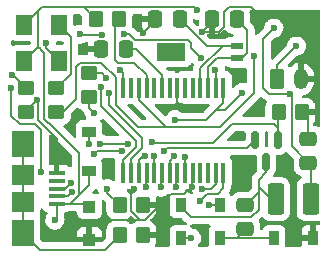
<source format=gbl>
%TF.GenerationSoftware,KiCad,Pcbnew,(6.0.7)*%
%TF.CreationDate,2022-10-10T13:15:42-04:00*%
%TF.ProjectId,dumbwatch,64756d62-7761-4746-9368-2e6b69636164,rev?*%
%TF.SameCoordinates,Original*%
%TF.FileFunction,Copper,L2,Bot*%
%TF.FilePolarity,Positive*%
%FSLAX46Y46*%
G04 Gerber Fmt 4.6, Leading zero omitted, Abs format (unit mm)*
G04 Created by KiCad (PCBNEW (6.0.7)) date 2022-10-10 13:15:42*
%MOMM*%
%LPD*%
G01*
G04 APERTURE LIST*
G04 Aperture macros list*
%AMRoundRect*
0 Rectangle with rounded corners*
0 $1 Rounding radius*
0 $2 $3 $4 $5 $6 $7 $8 $9 X,Y pos of 4 corners*
0 Add a 4 corners polygon primitive as box body*
4,1,4,$2,$3,$4,$5,$6,$7,$8,$9,$2,$3,0*
0 Add four circle primitives for the rounded corners*
1,1,$1+$1,$2,$3*
1,1,$1+$1,$4,$5*
1,1,$1+$1,$6,$7*
1,1,$1+$1,$8,$9*
0 Add four rect primitives between the rounded corners*
20,1,$1+$1,$2,$3,$4,$5,0*
20,1,$1+$1,$4,$5,$6,$7,0*
20,1,$1+$1,$6,$7,$8,$9,0*
20,1,$1+$1,$8,$9,$2,$3,0*%
G04 Aperture macros list end*
%TA.AperFunction,SMDPad,CuDef*%
%ADD10RoundRect,0.150000X-0.150000X0.587500X-0.150000X-0.587500X0.150000X-0.587500X0.150000X0.587500X0*%
%TD*%
%TA.AperFunction,SMDPad,CuDef*%
%ADD11R,1.400000X0.400000*%
%TD*%
%TA.AperFunction,SMDPad,CuDef*%
%ADD12R,1.900000X2.300000*%
%TD*%
%TA.AperFunction,SMDPad,CuDef*%
%ADD13R,1.900000X1.800000*%
%TD*%
%TA.AperFunction,SMDPad,CuDef*%
%ADD14R,1.100000X0.600000*%
%TD*%
%TA.AperFunction,SMDPad,CuDef*%
%ADD15R,2.400000X1.500000*%
%TD*%
%TA.AperFunction,SMDPad,CuDef*%
%ADD16RoundRect,0.250001X0.462499X1.074999X-0.462499X1.074999X-0.462499X-1.074999X0.462499X-1.074999X0*%
%TD*%
%TA.AperFunction,SMDPad,CuDef*%
%ADD17R,0.450000X1.750000*%
%TD*%
%TA.AperFunction,SMDPad,CuDef*%
%ADD18RoundRect,0.250000X-0.350000X-0.450000X0.350000X-0.450000X0.350000X0.450000X-0.350000X0.450000X0*%
%TD*%
%TA.AperFunction,SMDPad,CuDef*%
%ADD19RoundRect,0.250000X0.475000X-0.337500X0.475000X0.337500X-0.475000X0.337500X-0.475000X-0.337500X0*%
%TD*%
%TA.AperFunction,SMDPad,CuDef*%
%ADD20R,0.900000X1.200000*%
%TD*%
%TA.AperFunction,SMDPad,CuDef*%
%ADD21R,1.100000X1.100000*%
%TD*%
%TA.AperFunction,SMDPad,CuDef*%
%ADD22R,1.200000X0.900000*%
%TD*%
%TA.AperFunction,SMDPad,CuDef*%
%ADD23RoundRect,0.250000X-0.475000X0.337500X-0.475000X-0.337500X0.475000X-0.337500X0.475000X0.337500X0*%
%TD*%
%TA.AperFunction,SMDPad,CuDef*%
%ADD24RoundRect,0.250000X0.450000X-0.350000X0.450000X0.350000X-0.450000X0.350000X-0.450000X-0.350000X0*%
%TD*%
%TA.AperFunction,SMDPad,CuDef*%
%ADD25RoundRect,0.250000X0.350000X0.450000X-0.350000X0.450000X-0.350000X-0.450000X0.350000X-0.450000X0*%
%TD*%
%TA.AperFunction,SMDPad,CuDef*%
%ADD26RoundRect,0.250000X-0.337500X-0.475000X0.337500X-0.475000X0.337500X0.475000X-0.337500X0.475000X0*%
%TD*%
%TA.AperFunction,SMDPad,CuDef*%
%ADD27RoundRect,0.250001X0.462499X0.624999X-0.462499X0.624999X-0.462499X-0.624999X0.462499X-0.624999X0*%
%TD*%
%TA.AperFunction,SMDPad,CuDef*%
%ADD28RoundRect,0.250000X-0.450000X0.350000X-0.450000X-0.350000X0.450000X-0.350000X0.450000X0.350000X0*%
%TD*%
%TA.AperFunction,ComponentPad*%
%ADD29RoundRect,0.250000X-0.350000X-0.625000X0.350000X-0.625000X0.350000X0.625000X-0.350000X0.625000X0*%
%TD*%
%TA.AperFunction,ComponentPad*%
%ADD30O,1.200000X1.750000*%
%TD*%
%TA.AperFunction,ViaPad*%
%ADD31C,0.600000*%
%TD*%
%TA.AperFunction,Conductor*%
%ADD32C,0.203200*%
%TD*%
G04 APERTURE END LIST*
D10*
X124460000Y-128953500D03*
X125410000Y-127078500D03*
X123510000Y-127078500D03*
D11*
X106706000Y-132491000D03*
X106706000Y-131841000D03*
X106706000Y-131191000D03*
X106706000Y-130541000D03*
X106706000Y-129891000D03*
D12*
X103856000Y-127441000D03*
D13*
X103856000Y-130041000D03*
D12*
X103856000Y-134941000D03*
D13*
X103856000Y-132341000D03*
D14*
X121997000Y-120134000D03*
X121997000Y-119134000D03*
D15*
X116397000Y-119634000D03*
D16*
X125258500Y-132080000D03*
X128233500Y-132080000D03*
D17*
X112361000Y-129838000D03*
X113011000Y-129838000D03*
X113661000Y-129838000D03*
X114311000Y-129838000D03*
X114961000Y-129838000D03*
X115611000Y-129838000D03*
X116261000Y-129838000D03*
X116911000Y-129838000D03*
X117561000Y-129838000D03*
X118211000Y-129838000D03*
X118861000Y-129838000D03*
X119511000Y-129838000D03*
X120161000Y-129838000D03*
X120811000Y-129838000D03*
X120811000Y-122638000D03*
X120161000Y-122638000D03*
X119511000Y-122638000D03*
X118861000Y-122638000D03*
X118211000Y-122638000D03*
X117561000Y-122638000D03*
X116911000Y-122638000D03*
X116261000Y-122638000D03*
X115611000Y-122638000D03*
X114961000Y-122638000D03*
X114311000Y-122638000D03*
X113661000Y-122638000D03*
X113011000Y-122638000D03*
X112361000Y-122638000D03*
D18*
X127492000Y-124739400D03*
X125492000Y-124739400D03*
D19*
X128016000Y-126978500D03*
X128016000Y-129053500D03*
D20*
X117222000Y-132588000D03*
X120522000Y-132588000D03*
D21*
X109474000Y-132712000D03*
X109474000Y-135512000D03*
D20*
X125096000Y-135382000D03*
X128396000Y-135382000D03*
D22*
X109474000Y-129666000D03*
X109474000Y-126366000D03*
D18*
X112030000Y-132588000D03*
X114030000Y-132588000D03*
D23*
X122682000Y-134641500D03*
X122682000Y-132566500D03*
D24*
X109474000Y-121428000D03*
X109474000Y-123428000D03*
D25*
X112030000Y-135128000D03*
X114030000Y-135128000D03*
D20*
X120522000Y-135382000D03*
X117222000Y-135382000D03*
D26*
X115040500Y-116840000D03*
X117115500Y-116840000D03*
X121941500Y-116840000D03*
X119866500Y-116840000D03*
D27*
X103922500Y-117348000D03*
X106897500Y-117348000D03*
D26*
X110468500Y-119380000D03*
X112543500Y-119380000D03*
D24*
X104140000Y-124714000D03*
X104140000Y-122714000D03*
D28*
X106680000Y-124698000D03*
X106680000Y-122698000D03*
D18*
X109998000Y-116840000D03*
X111998000Y-116840000D03*
D27*
X106897500Y-120396000D03*
X103922500Y-120396000D03*
D29*
X125365000Y-121920000D03*
D30*
X127365000Y-121920000D03*
D31*
X114046000Y-117981300D03*
X105029000Y-123698000D03*
X126746000Y-133223000D03*
X116205000Y-133985000D03*
X110490000Y-134112000D03*
X125095000Y-117602000D03*
X102870000Y-122682000D03*
X105410000Y-129748500D03*
X110534042Y-118154042D03*
X108712000Y-118110000D03*
X112395000Y-118110000D03*
X118923499Y-120105415D03*
X110871000Y-121793000D03*
X110497285Y-122595200D03*
X111125000Y-123097500D03*
X105791000Y-118872000D03*
X102960521Y-121579812D03*
X123388811Y-119985018D03*
X126492000Y-123190000D03*
X117221000Y-124206000D03*
X112094356Y-121124100D03*
X115824000Y-127969953D03*
X109855000Y-128270000D03*
X112256353Y-128004353D03*
X112770661Y-127392233D03*
X110363000Y-127381000D03*
X114808000Y-127260798D03*
X110998000Y-131191000D03*
X122428000Y-123063000D03*
X113285908Y-131210002D03*
X118872000Y-132207000D03*
X118999000Y-131212502D03*
X107949867Y-130692429D03*
X107983900Y-131491207D03*
X109474000Y-127381000D03*
X106553000Y-133858000D03*
X116734400Y-125370400D03*
X109893337Y-124785600D03*
X119043042Y-117917458D03*
X108966000Y-119380000D03*
X118618000Y-116078000D03*
X120142000Y-121158000D03*
X127000000Y-119126000D03*
X118110000Y-135382000D03*
X119634000Y-132588000D03*
X114173000Y-128462998D03*
X114300000Y-131064502D03*
X118124802Y-131080036D03*
X117602000Y-128524000D03*
X116840701Y-131064695D03*
X116668958Y-128441042D03*
X115570000Y-131064000D03*
X114972503Y-128462998D03*
D32*
X113792000Y-133858000D02*
X114173000Y-133858000D01*
X114173000Y-133858000D02*
X116344600Y-131686400D01*
X116344600Y-131686400D02*
X117518438Y-131686400D01*
X117518438Y-131686400D02*
X118124802Y-131080036D01*
X119043042Y-117917458D02*
X120461542Y-117917458D01*
X120461542Y-117917458D02*
X120904000Y-117475000D01*
X120904000Y-117475000D02*
X120904000Y-116205000D01*
X123179400Y-115813400D02*
X123952000Y-116586000D01*
X120904000Y-116205000D02*
X121295600Y-115813400D01*
X121295600Y-115813400D02*
X123179400Y-115813400D01*
X115040500Y-116986800D02*
X114046000Y-117981300D01*
X115040500Y-116840000D02*
X115040500Y-116986800D01*
X106706000Y-129891000D02*
X106706000Y-126963790D01*
X105156000Y-123825000D02*
X105029000Y-123698000D01*
X106706000Y-126963790D02*
X105156000Y-125413790D01*
X105156000Y-125413790D02*
X105156000Y-123825000D01*
X105156000Y-119162500D02*
X105387800Y-119394300D01*
X106001520Y-125599600D02*
X106041600Y-125599600D01*
X108615000Y-128173000D02*
X108615000Y-131729000D01*
X105387800Y-119394300D02*
X105387800Y-119456510D01*
X105387800Y-119456510D02*
X105664000Y-119732710D01*
X105664000Y-119732710D02*
X105664000Y-125262080D01*
X105664000Y-125262080D02*
X106001520Y-125599600D01*
X106041600Y-125599600D02*
X108615000Y-128173000D01*
X105410000Y-129748500D02*
X105410000Y-126238000D01*
X105410000Y-126238000D02*
X104902000Y-125730000D01*
X104902000Y-125730000D02*
X103575920Y-125730000D01*
X103575920Y-125730000D02*
X102870000Y-125024080D01*
X102870000Y-125024080D02*
X102870000Y-122682000D01*
X104140000Y-124587000D02*
X105029000Y-123698000D01*
X124206000Y-118491000D02*
X124206000Y-122682000D01*
X125095000Y-117602000D02*
X124206000Y-118491000D01*
X124206000Y-122682000D02*
X124714000Y-123190000D01*
X124714000Y-123190000D02*
X126492000Y-123190000D01*
X109474000Y-130870000D02*
X108615000Y-131729000D01*
X102960521Y-121579812D02*
X103005812Y-121579812D01*
X103005812Y-121579812D02*
X104140000Y-122714000D01*
X105156000Y-119162500D02*
X105156000Y-116114500D01*
X118110000Y-118872000D02*
X117820400Y-118582400D01*
X110534042Y-118154042D02*
X108756042Y-118154042D01*
X117820400Y-118582400D02*
X113338480Y-118582400D01*
X113338480Y-118582400D02*
X112866080Y-118110000D01*
X112866080Y-118110000D02*
X112395000Y-118110000D01*
X108756042Y-118154042D02*
X108712000Y-118110000D01*
X118923499Y-120105415D02*
X118110000Y-119291916D01*
X118110000Y-119291916D02*
X118110000Y-118872000D01*
X123388811Y-119985018D02*
X123388811Y-123118189D01*
X123388811Y-123118189D02*
X120523000Y-125984000D01*
X120523000Y-125984000D02*
X115928800Y-125984000D01*
X110506000Y-121428000D02*
X110871000Y-121793000D01*
X109474000Y-121428000D02*
X110506000Y-121428000D01*
X108331000Y-120904000D02*
X108331000Y-123571000D01*
X110490000Y-120523000D02*
X108712000Y-120523000D01*
X111726600Y-124110390D02*
X111726600Y-121759600D01*
X111726600Y-121759600D02*
X110490000Y-120523000D01*
X113600210Y-125984000D02*
X111726600Y-124110390D01*
X115928800Y-125984000D02*
X113600210Y-125984000D01*
X108712000Y-120523000D02*
X108331000Y-120904000D01*
X108331000Y-123571000D02*
X107204000Y-124698000D01*
X112094356Y-121124100D02*
X112361000Y-121390744D01*
X112361000Y-121390744D02*
X112361000Y-122638000D01*
X111125000Y-123097500D02*
X111125000Y-124079000D01*
X111125000Y-124079000D02*
X113919000Y-126873000D01*
X113919000Y-126873000D02*
X113919000Y-127762000D01*
X113919000Y-127762000D02*
X113011000Y-128670000D01*
X113011000Y-128670000D02*
X113011000Y-129838000D01*
X110497285Y-122595200D02*
X110490000Y-122602485D01*
X110490000Y-122602485D02*
X110490000Y-124206000D01*
X110490000Y-124206000D02*
X113411000Y-127127000D01*
X113411000Y-127127000D02*
X113411000Y-127699790D01*
X113411000Y-127699790D02*
X112361000Y-128749790D01*
X112361000Y-128749790D02*
X112361000Y-129838000D01*
X105791000Y-119289500D02*
X106897500Y-120396000D01*
X105791000Y-118872000D02*
X105791000Y-119289500D01*
X126590400Y-123288400D02*
X126492000Y-123190000D01*
X126590400Y-127627900D02*
X126590400Y-123288400D01*
X113661000Y-122638000D02*
X113661000Y-123716200D01*
X113661000Y-123716200D02*
X115928800Y-125984000D01*
X116911000Y-123896000D02*
X117221000Y-124206000D01*
X116911000Y-122638000D02*
X116911000Y-123896000D01*
X113249200Y-120523000D02*
X114311000Y-121584800D01*
X114311000Y-121584800D02*
X114311000Y-122638000D01*
X111887000Y-120523000D02*
X113249200Y-120523000D01*
X112244706Y-128016000D02*
X112256353Y-128004353D01*
X109855000Y-128270000D02*
X110109000Y-128016000D01*
X110109000Y-128016000D02*
X112244706Y-128016000D01*
X115824000Y-127969953D02*
X116021900Y-127772053D01*
X116021900Y-127772053D02*
X122816447Y-127772053D01*
X122816447Y-127772053D02*
X123510000Y-127078500D01*
X114972503Y-128462998D02*
X114972503Y-129826497D01*
X114173000Y-128462998D02*
X113982802Y-128462998D01*
X113982802Y-128462998D02*
X113661000Y-128784800D01*
X113661000Y-128784800D02*
X113661000Y-129838000D01*
X116668958Y-128441042D02*
X116261000Y-128849000D01*
X116261000Y-128849000D02*
X116261000Y-129838000D01*
X112770661Y-127392233D02*
X112759428Y-127381000D01*
X112759428Y-127381000D02*
X110363000Y-127381000D01*
X114808000Y-127260798D02*
X114916055Y-127368853D01*
X114916055Y-127368853D02*
X119900147Y-127368853D01*
X119900147Y-127368853D02*
X121539000Y-125730000D01*
X121539000Y-125730000D02*
X125090000Y-125730000D01*
X125090000Y-125730000D02*
X125410000Y-126050000D01*
X125410000Y-126050000D02*
X125410000Y-124796000D01*
X125410000Y-127078500D02*
X125410000Y-126050000D01*
X110998000Y-131191000D02*
X110998000Y-131556000D01*
X110998000Y-131556000D02*
X112030000Y-132588000D01*
X111654400Y-120290400D02*
X111887000Y-120523000D01*
X110871000Y-133858000D02*
X113792000Y-133858000D01*
X128016000Y-129053500D02*
X126590400Y-127627900D01*
X120811000Y-123918000D02*
X120205500Y-124523500D01*
X120205500Y-124523500D02*
X119358600Y-125370400D01*
X122428000Y-123063000D02*
X120967500Y-124523500D01*
X120967500Y-124523500D02*
X120205500Y-124523500D01*
X113030000Y-131465910D02*
X113030000Y-133096000D01*
X113285908Y-131210002D02*
X113030000Y-131465910D01*
X113030000Y-133096000D02*
X113792000Y-133858000D01*
X118872000Y-132207000D02*
X119463298Y-131615702D01*
X119463298Y-131615702D02*
X120352298Y-131615702D01*
X120352298Y-131615702D02*
X120811000Y-131157000D01*
X120811000Y-131157000D02*
X120811000Y-129838000D01*
X118999000Y-131212502D02*
X119739498Y-131212502D01*
X119739498Y-131212502D02*
X120161000Y-130791000D01*
X120161000Y-130791000D02*
X120161000Y-129838000D01*
X107949867Y-130692429D02*
X107931887Y-130692429D01*
X107931887Y-130692429D02*
X107433316Y-131191000D01*
X107983900Y-131491207D02*
X107634107Y-131841000D01*
X107634107Y-131841000D02*
X106706000Y-131841000D01*
X123825000Y-131445000D02*
X123825000Y-131064000D01*
X123825000Y-131064000D02*
X123825000Y-130429000D01*
X124841000Y-132080000D02*
X123825000Y-131064000D01*
X123825000Y-132969000D02*
X123825000Y-131445000D01*
X122703500Y-132566500D02*
X123825000Y-131445000D01*
X118088000Y-133604000D02*
X123190000Y-133604000D01*
X117222000Y-132738000D02*
X118088000Y-133604000D01*
X124460000Y-129794000D02*
X123825000Y-130429000D01*
X123190000Y-133604000D02*
X123825000Y-132969000D01*
X105457100Y-115813400D02*
X108976600Y-115813400D01*
X107853000Y-132491000D02*
X108615000Y-131729000D01*
X109474000Y-127381000D02*
X109474000Y-126366000D01*
X103922500Y-120396000D02*
X105156000Y-119162500D01*
X105156000Y-116114500D02*
X105174250Y-116096250D01*
X103922500Y-117348000D02*
X105174250Y-116096250D01*
X105174250Y-116096250D02*
X105457100Y-115813400D01*
X106706000Y-132491000D02*
X107853000Y-132491000D01*
X107853000Y-132491000D02*
X109253000Y-132491000D01*
X109474000Y-129666000D02*
X109474000Y-130870000D01*
X106706000Y-133705000D02*
X106553000Y-133858000D01*
X106706000Y-132491000D02*
X106706000Y-133705000D01*
X103856000Y-134941000D02*
X103856000Y-127441000D01*
X112030000Y-135128000D02*
X110794400Y-136363600D01*
X110794400Y-136363600D02*
X105278600Y-136363600D01*
X105278600Y-136363600D02*
X103856000Y-134941000D01*
X120811000Y-122638000D02*
X120811000Y-123918000D01*
X119358600Y-125370400D02*
X116734400Y-125370400D01*
X109474000Y-124366263D02*
X109893337Y-124785600D01*
X109474000Y-123428000D02*
X109474000Y-124366263D01*
X119866500Y-117094000D02*
X119043042Y-117917458D01*
X108976600Y-115813400D02*
X118353400Y-115813400D01*
X109982000Y-116840000D02*
X108976600Y-115834600D01*
X108976600Y-115834600D02*
X108976600Y-115813400D01*
X118353400Y-115813400D02*
X118618000Y-116078000D01*
X117115500Y-116840000D02*
X119409500Y-119134000D01*
X119409500Y-119134000D02*
X120744999Y-119134000D01*
X118861000Y-122638000D02*
X118861000Y-121017999D01*
X118861000Y-121017999D02*
X120744999Y-119134000D01*
X120744999Y-119134000D02*
X121997000Y-119134000D01*
X119511000Y-122638000D02*
X119511000Y-120938209D01*
X120315209Y-120134000D02*
X121997000Y-120134000D01*
X119511000Y-120938209D02*
X120315209Y-120134000D01*
X120161000Y-121177000D02*
X120142000Y-121158000D01*
X120161000Y-122638000D02*
X120161000Y-121177000D01*
X125365000Y-120761000D02*
X127000000Y-119126000D01*
X125365000Y-121920000D02*
X125365000Y-120761000D01*
X111654400Y-117183600D02*
X111654400Y-120290400D01*
X112543500Y-119380000D02*
X113431200Y-119380000D01*
X113431200Y-119380000D02*
X115611000Y-121559800D01*
X115611000Y-121559800D02*
X115611000Y-122638000D01*
X121941500Y-116840000D02*
X122848600Y-117747100D01*
X122848600Y-117747100D02*
X122848600Y-119721400D01*
X122848600Y-119721400D02*
X122436000Y-120134000D01*
X106897500Y-117348000D02*
X107911600Y-118362100D01*
X107911600Y-118362100D02*
X107911600Y-121466400D01*
X107911600Y-121466400D02*
X106680000Y-122698000D01*
X128016000Y-126978500D02*
X128016000Y-125238000D01*
X128016000Y-125238000D02*
X127492000Y-124714000D01*
X128233500Y-132080000D02*
X128233500Y-129271000D01*
X124460000Y-128953500D02*
X124460000Y-129794000D01*
X121920000Y-135382000D02*
X125096000Y-135382000D01*
X120522000Y-135382000D02*
X121920000Y-135382000D01*
X121920000Y-135382000D02*
X121941500Y-135382000D01*
X121941500Y-135382000D02*
X122682000Y-134641500D01*
X118110000Y-135382000D02*
X117222000Y-135382000D01*
X119634000Y-132588000D02*
X120522000Y-132588000D01*
X114300000Y-131064502D02*
X114300000Y-129849000D01*
X118124802Y-131080036D02*
X118124802Y-129924198D01*
X117602000Y-128524000D02*
X117602000Y-129797000D01*
X116840701Y-131064695D02*
X116840701Y-129908299D01*
X115570000Y-131064000D02*
X115570000Y-129879000D01*
%TA.AperFunction,Conductor*%
G36*
X126172508Y-128088921D02*
G01*
X126217570Y-128117881D01*
X126745595Y-128645906D01*
X126779621Y-128708218D01*
X126782500Y-128735001D01*
X126782500Y-129441400D01*
X126793474Y-129547166D01*
X126795655Y-129553702D01*
X126795655Y-129553704D01*
X126830112Y-129656984D01*
X126849450Y-129714946D01*
X126942522Y-129865348D01*
X127067697Y-129990305D01*
X127073927Y-129994145D01*
X127073928Y-129994146D01*
X127183620Y-130061761D01*
X127218262Y-130083115D01*
X127353661Y-130128024D01*
X127412020Y-130168454D01*
X127439257Y-130234018D01*
X127426724Y-130303900D01*
X127380296Y-130354761D01*
X127309000Y-130398881D01*
X127296652Y-130406522D01*
X127171695Y-130531697D01*
X127167855Y-130537927D01*
X127167854Y-130537928D01*
X127158919Y-130552424D01*
X127078885Y-130682262D01*
X127076581Y-130689209D01*
X127029646Y-130830715D01*
X127023203Y-130850139D01*
X127012500Y-130954600D01*
X127012500Y-133205400D01*
X127012837Y-133208646D01*
X127012837Y-133208650D01*
X127022141Y-133298316D01*
X127023474Y-133311165D01*
X127025655Y-133317701D01*
X127025655Y-133317703D01*
X127046344Y-133379715D01*
X127079450Y-133478945D01*
X127172522Y-133629348D01*
X127297697Y-133754305D01*
X127303927Y-133758145D01*
X127303928Y-133758146D01*
X127441090Y-133842694D01*
X127448262Y-133847115D01*
X127493025Y-133861962D01*
X127609611Y-133900632D01*
X127609613Y-133900632D01*
X127616139Y-133902797D01*
X127622975Y-133903497D01*
X127622978Y-133903498D01*
X127666031Y-133907909D01*
X127720600Y-133913500D01*
X128746400Y-133913500D01*
X128749646Y-133913163D01*
X128749650Y-133913163D01*
X128845307Y-133903238D01*
X128845311Y-133903237D01*
X128852165Y-133902526D01*
X128858705Y-133900344D01*
X128858710Y-133900343D01*
X128865626Y-133898036D01*
X128936576Y-133895452D01*
X128997659Y-133931637D01*
X129029482Y-133995102D01*
X129031500Y-134017560D01*
X129031500Y-134148618D01*
X129011498Y-134216739D01*
X128957842Y-134263232D01*
X128898686Y-134274434D01*
X128890672Y-134274000D01*
X128668115Y-134274000D01*
X128652876Y-134278475D01*
X128651671Y-134279865D01*
X128650000Y-134287548D01*
X128650000Y-135510000D01*
X128629998Y-135578121D01*
X128576342Y-135624614D01*
X128524000Y-135636000D01*
X127456116Y-135636000D01*
X127440877Y-135640475D01*
X127439672Y-135641865D01*
X127438001Y-135649548D01*
X127438001Y-136017500D01*
X127417999Y-136085621D01*
X127364343Y-136132114D01*
X127312001Y-136143500D01*
X126180500Y-136143500D01*
X126112379Y-136123498D01*
X126065886Y-136069842D01*
X126054500Y-136017500D01*
X126054500Y-135109885D01*
X127438000Y-135109885D01*
X127442475Y-135125124D01*
X127443865Y-135126329D01*
X127451548Y-135128000D01*
X128123885Y-135128000D01*
X128139124Y-135123525D01*
X128140329Y-135122135D01*
X128142000Y-135114452D01*
X128142000Y-134292116D01*
X128137525Y-134276877D01*
X128136135Y-134275672D01*
X128128452Y-134274001D01*
X127901331Y-134274001D01*
X127894510Y-134274371D01*
X127843648Y-134279895D01*
X127828396Y-134283521D01*
X127707946Y-134328676D01*
X127692351Y-134337214D01*
X127590276Y-134413715D01*
X127577715Y-134426276D01*
X127501214Y-134528351D01*
X127492676Y-134543946D01*
X127447522Y-134664394D01*
X127443895Y-134679649D01*
X127438369Y-134730514D01*
X127438000Y-134737328D01*
X127438000Y-135109885D01*
X126054500Y-135109885D01*
X126054500Y-134733866D01*
X126047745Y-134671684D01*
X125996615Y-134535295D01*
X125909261Y-134418739D01*
X125792705Y-134331385D01*
X125656316Y-134280255D01*
X125594134Y-134273500D01*
X124597866Y-134273500D01*
X124535684Y-134280255D01*
X124399295Y-134331385D01*
X124282739Y-134418739D01*
X124195385Y-134535295D01*
X124192233Y-134543703D01*
X124159482Y-134631066D01*
X124116840Y-134687830D01*
X124050279Y-134712530D01*
X123980930Y-134697323D01*
X123930812Y-134647037D01*
X123915500Y-134586836D01*
X123915500Y-134253600D01*
X123914009Y-134239232D01*
X123905238Y-134154692D01*
X123905237Y-134154688D01*
X123904526Y-134147834D01*
X123899682Y-134133313D01*
X123851930Y-133990184D01*
X123848550Y-133980054D01*
X123835384Y-133958778D01*
X123816546Y-133890326D01*
X123837707Y-133822556D01*
X123853432Y-133803380D01*
X123949582Y-133707229D01*
X124023402Y-133633410D01*
X124085712Y-133599386D01*
X124156528Y-133604450D01*
X124201514Y-133633333D01*
X124322697Y-133754305D01*
X124328927Y-133758145D01*
X124328928Y-133758146D01*
X124466090Y-133842694D01*
X124473262Y-133847115D01*
X124518025Y-133861962D01*
X124634611Y-133900632D01*
X124634613Y-133900632D01*
X124641139Y-133902797D01*
X124647975Y-133903497D01*
X124647978Y-133903498D01*
X124691031Y-133907909D01*
X124745600Y-133913500D01*
X125771400Y-133913500D01*
X125774646Y-133913163D01*
X125774650Y-133913163D01*
X125870307Y-133903238D01*
X125870311Y-133903237D01*
X125877165Y-133902526D01*
X125883701Y-133900345D01*
X125883703Y-133900345D01*
X126023655Y-133853653D01*
X126044945Y-133846550D01*
X126195348Y-133753478D01*
X126320305Y-133628303D01*
X126368953Y-133549382D01*
X126409275Y-133483968D01*
X126409276Y-133483966D01*
X126413115Y-133477738D01*
X126449926Y-133366757D01*
X126466632Y-133316389D01*
X126466632Y-133316387D01*
X126468797Y-133309861D01*
X126479500Y-133205400D01*
X126479500Y-130954600D01*
X126479163Y-130951350D01*
X126469238Y-130855693D01*
X126469237Y-130855689D01*
X126468526Y-130848835D01*
X126465988Y-130841226D01*
X126414868Y-130688003D01*
X126412550Y-130681055D01*
X126319478Y-130530652D01*
X126194303Y-130405695D01*
X126187081Y-130401243D01*
X126049968Y-130316725D01*
X126049966Y-130316724D01*
X126043738Y-130312885D01*
X125909999Y-130268526D01*
X125882389Y-130259368D01*
X125882387Y-130259368D01*
X125875861Y-130257203D01*
X125869025Y-130256503D01*
X125869022Y-130256502D01*
X125825969Y-130252091D01*
X125771400Y-130246500D01*
X125139950Y-130246500D01*
X125071829Y-130226498D01*
X125025336Y-130172842D01*
X125015232Y-130102568D01*
X125044726Y-130037988D01*
X125050855Y-130031405D01*
X125134453Y-129947807D01*
X125138489Y-129940983D01*
X125138491Y-129940980D01*
X125215108Y-129811427D01*
X125219145Y-129804601D01*
X125265562Y-129644831D01*
X125268500Y-129607502D01*
X125268500Y-128450500D01*
X125288502Y-128382379D01*
X125342158Y-128335886D01*
X125394500Y-128324500D01*
X125626502Y-128324500D01*
X125628950Y-128324307D01*
X125628958Y-128324307D01*
X125657421Y-128322067D01*
X125657426Y-128322066D01*
X125663831Y-128321562D01*
X125776765Y-128288752D01*
X125815988Y-128277357D01*
X125815990Y-128277356D01*
X125823601Y-128275145D01*
X125852411Y-128258107D01*
X125959980Y-128194491D01*
X125959983Y-128194489D01*
X125966807Y-128190453D01*
X126039380Y-128117880D01*
X126101693Y-128083855D01*
X126172508Y-128088921D01*
G37*
%TD.AperFunction*%
%TA.AperFunction,Conductor*%
G36*
X116218675Y-131664500D02*
G01*
X116274454Y-131708422D01*
X116297632Y-131775529D01*
X116289753Y-131825673D01*
X116270255Y-131877684D01*
X116263500Y-131939866D01*
X116263500Y-133236134D01*
X116270255Y-133298316D01*
X116321385Y-133434705D01*
X116408739Y-133551261D01*
X116525295Y-133638615D01*
X116661684Y-133689745D01*
X116723866Y-133696500D01*
X117265498Y-133696500D01*
X117333619Y-133716502D01*
X117354593Y-133733405D01*
X117603078Y-133981890D01*
X117610190Y-133989705D01*
X117614174Y-133995983D01*
X117619952Y-134001409D01*
X117661931Y-134040830D01*
X117664773Y-134043585D01*
X117679593Y-134058405D01*
X117713619Y-134120717D01*
X117708554Y-134191532D01*
X117666007Y-134248368D01*
X117599487Y-134273179D01*
X117590498Y-134273500D01*
X116723866Y-134273500D01*
X116661684Y-134280255D01*
X116525295Y-134331385D01*
X116408739Y-134418739D01*
X116321385Y-134535295D01*
X116270255Y-134671684D01*
X116263500Y-134733866D01*
X116263500Y-136017500D01*
X116243498Y-136085621D01*
X116189842Y-136132114D01*
X116137500Y-136143500D01*
X115147568Y-136143500D01*
X115079447Y-136123498D01*
X115032954Y-136069842D01*
X115022850Y-135999568D01*
X115040308Y-135951384D01*
X115067816Y-135906757D01*
X115073963Y-135893576D01*
X115125138Y-135739290D01*
X115128005Y-135725914D01*
X115137672Y-135631562D01*
X115138000Y-135625146D01*
X115138000Y-135400115D01*
X115133525Y-135384876D01*
X115132135Y-135383671D01*
X115124452Y-135382000D01*
X113902000Y-135382000D01*
X113833879Y-135361998D01*
X113787386Y-135308342D01*
X113776000Y-135256000D01*
X113776000Y-135000000D01*
X113796002Y-134931879D01*
X113849658Y-134885386D01*
X113902000Y-134874000D01*
X115119884Y-134874000D01*
X115135123Y-134869525D01*
X115136328Y-134868135D01*
X115137999Y-134860452D01*
X115137999Y-134630905D01*
X115137662Y-134624386D01*
X115127743Y-134528794D01*
X115124851Y-134515400D01*
X115073412Y-134361216D01*
X115067239Y-134348038D01*
X114981937Y-134210193D01*
X114972901Y-134198792D01*
X114858171Y-134084261D01*
X114846760Y-134075249D01*
X114708757Y-133990184D01*
X114695578Y-133984038D01*
X114675982Y-133977538D01*
X114617623Y-133937106D01*
X114590387Y-133871541D01*
X114602921Y-133801660D01*
X114651247Y-133749649D01*
X114675776Y-133738421D01*
X114696782Y-133731413D01*
X114709962Y-133725239D01*
X114847807Y-133639937D01*
X114859208Y-133630901D01*
X114973739Y-133516171D01*
X114982751Y-133504760D01*
X115067816Y-133366757D01*
X115073963Y-133353576D01*
X115125138Y-133199290D01*
X115128005Y-133185914D01*
X115137672Y-133091562D01*
X115138000Y-133085146D01*
X115138000Y-132860115D01*
X115133525Y-132844876D01*
X115132135Y-132843671D01*
X115124452Y-132842000D01*
X113902000Y-132842000D01*
X113833879Y-132821998D01*
X113787386Y-132768342D01*
X113776000Y-132716000D01*
X113776000Y-132460000D01*
X113796002Y-132391879D01*
X113849658Y-132345386D01*
X113902000Y-132334000D01*
X115119884Y-132334000D01*
X115135123Y-132329525D01*
X115136328Y-132328135D01*
X115137999Y-132320452D01*
X115137999Y-132090905D01*
X115137662Y-132084386D01*
X115127743Y-131988794D01*
X115123395Y-131968657D01*
X115126091Y-131968075D01*
X115123973Y-131909506D01*
X115160173Y-131848432D01*
X115223645Y-131816624D01*
X115289991Y-131822515D01*
X115373168Y-131853448D01*
X115456995Y-131864633D01*
X115545980Y-131876507D01*
X115545984Y-131876507D01*
X115552961Y-131877438D01*
X115559972Y-131876800D01*
X115559976Y-131876800D01*
X115702459Y-131863832D01*
X115733600Y-131860998D01*
X115740302Y-131858820D01*
X115740304Y-131858820D01*
X115899409Y-131807124D01*
X115899412Y-131807123D01*
X115906108Y-131804947D01*
X116061912Y-131712069D01*
X116083410Y-131691597D01*
X116084879Y-131690198D01*
X116148004Y-131657706D01*
X116218675Y-131664500D01*
G37*
%TD.AperFunction*%
%TA.AperFunction,Conductor*%
G36*
X110741012Y-132162277D02*
G01*
X110747595Y-132168406D01*
X110884595Y-132305406D01*
X110918621Y-132367718D01*
X110921500Y-132394501D01*
X110921500Y-133088400D01*
X110921837Y-133091646D01*
X110921837Y-133091650D01*
X110931618Y-133185914D01*
X110932474Y-133194166D01*
X110934655Y-133200702D01*
X110934655Y-133200704D01*
X110962634Y-133284567D01*
X110988450Y-133361946D01*
X111081522Y-133512348D01*
X111206697Y-133637305D01*
X111212927Y-133641145D01*
X111212928Y-133641146D01*
X111350288Y-133725816D01*
X111357262Y-133730115D01*
X111373431Y-133735478D01*
X111382430Y-133738463D01*
X111440791Y-133778893D01*
X111468028Y-133844457D01*
X111455495Y-133914339D01*
X111407171Y-133966351D01*
X111382641Y-133977579D01*
X111363007Y-133984129D01*
X111362997Y-133984133D01*
X111356054Y-133986450D01*
X111205652Y-134079522D01*
X111080695Y-134204697D01*
X111076855Y-134210927D01*
X111076854Y-134210928D01*
X111029625Y-134287548D01*
X110987885Y-134355262D01*
X110966971Y-134418315D01*
X110944886Y-134484902D01*
X110932203Y-134523139D01*
X110931503Y-134529975D01*
X110931502Y-134529978D01*
X110930096Y-134543703D01*
X110921500Y-134627600D01*
X110921500Y-135321498D01*
X110901498Y-135389619D01*
X110884595Y-135410593D01*
X110578593Y-135716595D01*
X110516281Y-135750621D01*
X110489498Y-135753500D01*
X105583501Y-135753500D01*
X105515380Y-135733498D01*
X105494406Y-135716595D01*
X105351405Y-135573594D01*
X105317379Y-135511282D01*
X105314500Y-135484499D01*
X105314500Y-135239885D01*
X108416000Y-135239885D01*
X108420475Y-135255124D01*
X108421865Y-135256329D01*
X108429548Y-135258000D01*
X109201885Y-135258000D01*
X109217124Y-135253525D01*
X109218329Y-135252135D01*
X109220000Y-135244452D01*
X109220000Y-135239885D01*
X109728000Y-135239885D01*
X109732475Y-135255124D01*
X109733865Y-135256329D01*
X109741548Y-135258000D01*
X110513884Y-135258000D01*
X110529123Y-135253525D01*
X110530328Y-135252135D01*
X110531999Y-135244452D01*
X110531999Y-134917331D01*
X110531629Y-134910510D01*
X110526105Y-134859648D01*
X110522479Y-134844396D01*
X110477324Y-134723946D01*
X110468786Y-134708351D01*
X110392285Y-134606276D01*
X110379724Y-134593715D01*
X110277649Y-134517214D01*
X110262054Y-134508676D01*
X110141606Y-134463522D01*
X110126351Y-134459895D01*
X110075486Y-134454369D01*
X110068672Y-134454000D01*
X109746115Y-134454000D01*
X109730876Y-134458475D01*
X109729671Y-134459865D01*
X109728000Y-134467548D01*
X109728000Y-135239885D01*
X109220000Y-135239885D01*
X109220000Y-134472116D01*
X109215525Y-134456877D01*
X109214135Y-134455672D01*
X109206452Y-134454001D01*
X108879331Y-134454001D01*
X108872510Y-134454371D01*
X108821648Y-134459895D01*
X108806396Y-134463521D01*
X108685946Y-134508676D01*
X108670351Y-134517214D01*
X108568276Y-134593715D01*
X108555715Y-134606276D01*
X108479214Y-134708351D01*
X108470676Y-134723946D01*
X108425522Y-134844394D01*
X108421895Y-134859649D01*
X108416369Y-134910514D01*
X108416000Y-134917328D01*
X108416000Y-135239885D01*
X105314500Y-135239885D01*
X105314500Y-133742866D01*
X105307745Y-133680684D01*
X105304973Y-133673288D01*
X105304971Y-133673282D01*
X105262589Y-133560229D01*
X105257406Y-133489422D01*
X105262589Y-133471771D01*
X105304971Y-133358718D01*
X105304973Y-133358712D01*
X105307745Y-133351316D01*
X105314500Y-133289134D01*
X105314500Y-132987592D01*
X105334502Y-132919471D01*
X105388158Y-132872978D01*
X105458432Y-132862874D01*
X105523012Y-132892368D01*
X105551019Y-132927082D01*
X105552236Y-132929304D01*
X105555385Y-132937705D01*
X105642739Y-133054261D01*
X105759295Y-133141615D01*
X105767704Y-133144767D01*
X105767705Y-133144768D01*
X105849320Y-133175364D01*
X105906085Y-133218005D01*
X105930785Y-133284567D01*
X105915578Y-133353916D01*
X105911010Y-133361588D01*
X105824235Y-133496238D01*
X105821826Y-133502858D01*
X105821824Y-133502861D01*
X105771789Y-133640332D01*
X105762197Y-133666685D01*
X105739463Y-133846640D01*
X105757163Y-134027160D01*
X105814418Y-134199273D01*
X105818065Y-134205295D01*
X105818066Y-134205297D01*
X105904513Y-134348038D01*
X105908380Y-134354424D01*
X105913269Y-134359487D01*
X105913270Y-134359488D01*
X105928357Y-134375111D01*
X106034382Y-134484902D01*
X106083760Y-134517214D01*
X106135423Y-134551021D01*
X106186159Y-134584222D01*
X106192763Y-134586678D01*
X106192765Y-134586679D01*
X106349558Y-134644990D01*
X106349560Y-134644990D01*
X106356168Y-134647448D01*
X106439995Y-134658633D01*
X106528980Y-134670507D01*
X106528984Y-134670507D01*
X106535961Y-134671438D01*
X106542972Y-134670800D01*
X106542976Y-134670800D01*
X106685459Y-134657832D01*
X106716600Y-134654998D01*
X106723302Y-134652820D01*
X106723304Y-134652820D01*
X106882409Y-134601124D01*
X106882412Y-134601123D01*
X106889108Y-134598947D01*
X106995885Y-134535295D01*
X107038860Y-134509677D01*
X107038862Y-134509676D01*
X107044912Y-134506069D01*
X107176266Y-134380982D01*
X107276643Y-134229902D01*
X107331799Y-134084704D01*
X107338555Y-134066920D01*
X107338556Y-134066918D01*
X107341055Y-134060338D01*
X107342035Y-134053366D01*
X107365748Y-133884639D01*
X107365748Y-133884636D01*
X107366299Y-133880717D01*
X107366616Y-133858000D01*
X107346397Y-133677745D01*
X107342546Y-133666685D01*
X107323109Y-133610871D01*
X107316100Y-133569434D01*
X107316100Y-133325500D01*
X107336102Y-133257379D01*
X107389758Y-133210886D01*
X107442100Y-133199500D01*
X107454134Y-133199500D01*
X107516316Y-133192745D01*
X107652705Y-133141615D01*
X107673173Y-133126275D01*
X107739679Y-133101426D01*
X107748739Y-133101100D01*
X107777322Y-133101100D01*
X107787874Y-133101598D01*
X107795128Y-133103219D01*
X107860595Y-133101162D01*
X107864552Y-133101100D01*
X108289500Y-133101100D01*
X108357621Y-133121102D01*
X108404114Y-133174758D01*
X108415500Y-133227100D01*
X108415500Y-133310134D01*
X108422255Y-133372316D01*
X108473385Y-133508705D01*
X108560739Y-133625261D01*
X108677295Y-133712615D01*
X108813684Y-133763745D01*
X108875866Y-133770500D01*
X110072134Y-133770500D01*
X110134316Y-133763745D01*
X110270705Y-133712615D01*
X110387261Y-133625261D01*
X110474615Y-133508705D01*
X110525745Y-133372316D01*
X110532500Y-133310134D01*
X110532500Y-132257501D01*
X110552502Y-132189380D01*
X110606158Y-132142887D01*
X110676432Y-132132783D01*
X110741012Y-132162277D01*
G37*
%TD.AperFunction*%
%TA.AperFunction,Conductor*%
G36*
X113345582Y-131241502D02*
G01*
X113392075Y-131295158D01*
X113402179Y-131365432D01*
X113372685Y-131430012D01*
X113343764Y-131454644D01*
X113212193Y-131536063D01*
X113200792Y-131545099D01*
X113119570Y-131626462D01*
X113057287Y-131660541D01*
X112986467Y-131655538D01*
X112941380Y-131626617D01*
X112858488Y-131543870D01*
X112858483Y-131543866D01*
X112853303Y-131538695D01*
X112846065Y-131534233D01*
X112717136Y-131454760D01*
X112669643Y-131401988D01*
X112658219Y-131331916D01*
X112686493Y-131266792D01*
X112745487Y-131227293D01*
X112783252Y-131221500D01*
X113277461Y-131221500D01*
X113345582Y-131241502D01*
G37*
%TD.AperFunction*%
%TA.AperFunction,Conductor*%
G36*
X117934517Y-131220631D02*
G01*
X117941328Y-131221000D01*
X118073160Y-131221000D01*
X118141281Y-131241002D01*
X118187774Y-131294658D01*
X118198559Y-131334704D01*
X118203163Y-131381662D01*
X118227441Y-131454644D01*
X118240678Y-131494435D01*
X118243201Y-131565387D01*
X118206964Y-131626439D01*
X118143472Y-131658208D01*
X118072884Y-131650608D01*
X118036351Y-131626193D01*
X118035261Y-131624739D01*
X117918705Y-131537385D01*
X117782316Y-131486255D01*
X117720134Y-131479500D01*
X117720225Y-131478664D01*
X117656715Y-131456209D01*
X117613199Y-131400112D01*
X117606920Y-131329393D01*
X117612694Y-131309315D01*
X117615186Y-131302755D01*
X117658076Y-131246177D01*
X117724745Y-131221769D01*
X117732974Y-131221500D01*
X117834134Y-131221500D01*
X117874720Y-131217091D01*
X117901933Y-131217091D01*
X117934517Y-131220631D01*
G37*
%TD.AperFunction*%
%TA.AperFunction,Conductor*%
G36*
X106228612Y-126649877D02*
G01*
X106235195Y-126656006D01*
X107967995Y-128388807D01*
X108002021Y-128451119D01*
X108004900Y-128477902D01*
X108004900Y-129264767D01*
X107984898Y-129332888D01*
X107931242Y-129379381D01*
X107860968Y-129389485D01*
X107796388Y-129359991D01*
X107778072Y-129340330D01*
X107774283Y-129335274D01*
X107761724Y-129322715D01*
X107659649Y-129246214D01*
X107644054Y-129237676D01*
X107523606Y-129192522D01*
X107508351Y-129188895D01*
X107457486Y-129183369D01*
X107450672Y-129183000D01*
X106924115Y-129183000D01*
X106908876Y-129187475D01*
X106907671Y-129188865D01*
X106906000Y-129196548D01*
X106906000Y-129706500D01*
X106885998Y-129774621D01*
X106832342Y-129821114D01*
X106780000Y-129832500D01*
X106632000Y-129832500D01*
X106563879Y-129812498D01*
X106517386Y-129758842D01*
X106506000Y-129706500D01*
X106506000Y-129201116D01*
X106501525Y-129185877D01*
X106500135Y-129184672D01*
X106492452Y-129183001D01*
X106146100Y-129183001D01*
X106077979Y-129162999D01*
X106031486Y-129109343D01*
X106020100Y-129057001D01*
X106020100Y-126745101D01*
X106040102Y-126676980D01*
X106093758Y-126630487D01*
X106164032Y-126620383D01*
X106228612Y-126649877D01*
G37*
%TD.AperFunction*%
%TA.AperFunction,Conductor*%
G36*
X128973621Y-116098502D02*
G01*
X129020114Y-116152158D01*
X129031500Y-116204500D01*
X129031500Y-125858022D01*
X129011498Y-125926143D01*
X128957842Y-125972636D01*
X128887568Y-125982740D01*
X128839383Y-125965281D01*
X128819759Y-125953185D01*
X128806576Y-125947037D01*
X128652290Y-125895862D01*
X128638914Y-125892995D01*
X128544562Y-125883328D01*
X128538145Y-125883000D01*
X128524502Y-125883000D01*
X128456381Y-125862998D01*
X128409888Y-125809342D01*
X128399784Y-125739068D01*
X128429278Y-125674488D01*
X128435327Y-125667984D01*
X128435738Y-125667573D01*
X128444751Y-125656160D01*
X128529816Y-125518157D01*
X128535963Y-125504976D01*
X128587138Y-125350690D01*
X128590005Y-125337314D01*
X128599672Y-125242962D01*
X128600000Y-125236546D01*
X128600000Y-125011515D01*
X128595525Y-124996276D01*
X128594135Y-124995071D01*
X128586452Y-124993400D01*
X127364000Y-124993400D01*
X127295879Y-124973398D01*
X127249386Y-124919742D01*
X127238000Y-124867400D01*
X127238000Y-124611400D01*
X127258002Y-124543279D01*
X127311658Y-124496786D01*
X127364000Y-124485400D01*
X128581884Y-124485400D01*
X128597123Y-124480925D01*
X128598328Y-124479535D01*
X128599999Y-124471852D01*
X128599999Y-124242305D01*
X128599662Y-124235786D01*
X128589743Y-124140194D01*
X128586851Y-124126800D01*
X128535412Y-123972616D01*
X128529239Y-123959438D01*
X128443937Y-123821593D01*
X128434901Y-123810192D01*
X128320171Y-123695661D01*
X128308760Y-123686649D01*
X128170757Y-123601584D01*
X128157576Y-123595437D01*
X128003290Y-123544262D01*
X127989914Y-123541395D01*
X127895562Y-123531728D01*
X127889145Y-123531400D01*
X127609559Y-123531400D01*
X127541438Y-123511398D01*
X127494945Y-123457742D01*
X127484841Y-123387468D01*
X127514335Y-123322888D01*
X127580038Y-123282907D01*
X127721537Y-123248806D01*
X127732832Y-123244917D01*
X127914382Y-123162371D01*
X127924724Y-123156424D01*
X128087397Y-123041032D01*
X128096425Y-123033239D01*
X128234342Y-122889169D01*
X128241738Y-122879804D01*
X128349921Y-122712259D01*
X128355417Y-122701655D01*
X128429961Y-122516688D01*
X128433355Y-122505230D01*
X128471857Y-122308072D01*
X128472934Y-122299209D01*
X128473000Y-122296500D01*
X128473000Y-122192115D01*
X128468525Y-122176876D01*
X128467135Y-122175671D01*
X128459452Y-122174000D01*
X127237000Y-122174000D01*
X127168879Y-122153998D01*
X127122386Y-122100342D01*
X127111000Y-122048000D01*
X127111000Y-121647885D01*
X127619000Y-121647885D01*
X127623475Y-121663124D01*
X127624865Y-121664329D01*
X127632548Y-121666000D01*
X128454885Y-121666000D01*
X128470124Y-121661525D01*
X128471329Y-121660135D01*
X128473000Y-121652452D01*
X128473000Y-121595168D01*
X128472715Y-121589192D01*
X128458529Y-121440506D01*
X128456270Y-121428772D01*
X128400128Y-121237401D01*
X128395698Y-121226325D01*
X128304381Y-121049022D01*
X128297931Y-121038976D01*
X128174738Y-120882143D01*
X128166501Y-120873494D01*
X128015877Y-120742788D01*
X128006153Y-120735853D01*
X127833533Y-120635990D01*
X127822669Y-120631016D01*
X127634273Y-120565593D01*
X127633284Y-120565352D01*
X127622992Y-120566820D01*
X127619000Y-120580385D01*
X127619000Y-121647885D01*
X127111000Y-121647885D01*
X127111000Y-120584598D01*
X127107027Y-120571067D01*
X127097601Y-120569712D01*
X127008463Y-120591194D01*
X126997168Y-120595083D01*
X126815618Y-120677629D01*
X126805276Y-120683576D01*
X126642603Y-120798968D01*
X126633575Y-120806761D01*
X126546465Y-120897757D01*
X126484910Y-120933133D01*
X126414000Y-120929614D01*
X126356250Y-120888317D01*
X126348315Y-120876947D01*
X126313478Y-120820652D01*
X126314941Y-120819746D01*
X126291715Y-120762343D01*
X126304893Y-120692580D01*
X126328004Y-120660807D01*
X126652453Y-120336359D01*
X127023772Y-119965040D01*
X127086084Y-119931015D01*
X127101446Y-119928655D01*
X127115552Y-119927371D01*
X127163600Y-119922998D01*
X127189770Y-119914495D01*
X127329409Y-119869124D01*
X127329412Y-119869123D01*
X127336108Y-119866947D01*
X127432513Y-119809478D01*
X127485860Y-119777677D01*
X127485862Y-119777676D01*
X127491912Y-119774069D01*
X127623266Y-119648982D01*
X127723643Y-119497902D01*
X127788055Y-119328338D01*
X127809032Y-119179079D01*
X127812748Y-119152639D01*
X127812748Y-119152636D01*
X127813299Y-119148717D01*
X127813616Y-119126000D01*
X127793397Y-118945745D01*
X127790993Y-118938842D01*
X127736064Y-118781106D01*
X127736062Y-118781103D01*
X127733745Y-118774448D01*
X127706703Y-118731172D01*
X127641359Y-118626598D01*
X127637626Y-118620624D01*
X127541575Y-118523900D01*
X127514778Y-118496915D01*
X127514774Y-118496912D01*
X127509815Y-118491918D01*
X127498697Y-118484862D01*
X127429644Y-118441040D01*
X127356666Y-118394727D01*
X127315962Y-118380233D01*
X127192425Y-118336243D01*
X127192420Y-118336242D01*
X127185790Y-118333881D01*
X127178802Y-118333048D01*
X127178799Y-118333047D01*
X127055698Y-118318368D01*
X127005680Y-118312404D01*
X126998677Y-118313140D01*
X126998676Y-118313140D01*
X126832288Y-118330628D01*
X126832286Y-118330629D01*
X126825288Y-118331364D01*
X126653579Y-118389818D01*
X126614392Y-118413926D01*
X126505095Y-118481166D01*
X126505092Y-118481168D01*
X126499088Y-118484862D01*
X126494053Y-118489793D01*
X126494050Y-118489795D01*
X126409794Y-118572305D01*
X126369493Y-118611771D01*
X126271235Y-118764238D01*
X126268826Y-118770858D01*
X126268824Y-118770861D01*
X126257450Y-118802111D01*
X126209197Y-118934685D01*
X126201893Y-118992498D01*
X126197352Y-119028444D01*
X126168970Y-119093521D01*
X126161441Y-119101747D01*
X125031195Y-120231993D01*
X124968883Y-120266019D01*
X124898068Y-120260954D01*
X124841232Y-120218407D01*
X124816421Y-120151887D01*
X124816100Y-120142898D01*
X124816100Y-118795902D01*
X124836102Y-118727781D01*
X124853005Y-118706806D01*
X125118772Y-118441040D01*
X125181084Y-118407015D01*
X125196446Y-118404655D01*
X125210199Y-118403403D01*
X125258600Y-118398998D01*
X125316353Y-118380233D01*
X125424409Y-118345124D01*
X125424412Y-118345123D01*
X125431108Y-118342947D01*
X125586912Y-118250069D01*
X125718266Y-118124982D01*
X125818643Y-117973902D01*
X125883055Y-117804338D01*
X125885880Y-117784238D01*
X125907748Y-117628639D01*
X125907748Y-117628636D01*
X125908299Y-117624717D01*
X125908616Y-117602000D01*
X125888397Y-117421745D01*
X125884921Y-117411764D01*
X125831064Y-117257106D01*
X125831062Y-117257103D01*
X125828745Y-117250448D01*
X125732626Y-117096624D01*
X125718941Y-117082843D01*
X125609778Y-116972915D01*
X125609774Y-116972912D01*
X125604815Y-116967918D01*
X125593697Y-116960862D01*
X125501956Y-116902642D01*
X125451666Y-116870727D01*
X125382351Y-116846045D01*
X125287425Y-116812243D01*
X125287420Y-116812242D01*
X125280790Y-116809881D01*
X125273802Y-116809048D01*
X125273799Y-116809047D01*
X125150698Y-116794368D01*
X125100680Y-116788404D01*
X125093677Y-116789140D01*
X125093676Y-116789140D01*
X124927288Y-116806628D01*
X124927286Y-116806629D01*
X124920288Y-116807364D01*
X124748579Y-116865818D01*
X124711761Y-116888469D01*
X124600095Y-116957166D01*
X124600092Y-116957168D01*
X124594088Y-116960862D01*
X124589053Y-116965793D01*
X124589050Y-116965795D01*
X124469759Y-117082614D01*
X124464493Y-117087771D01*
X124366235Y-117240238D01*
X124363826Y-117246858D01*
X124363824Y-117246861D01*
X124344801Y-117299127D01*
X124304197Y-117410685D01*
X124296875Y-117468642D01*
X124292352Y-117504444D01*
X124263970Y-117569521D01*
X124256441Y-117577747D01*
X123828110Y-118006078D01*
X123820295Y-118013190D01*
X123814017Y-118017174D01*
X123808591Y-118022952D01*
X123769170Y-118064931D01*
X123766415Y-118067773D01*
X123747453Y-118086735D01*
X123745027Y-118089862D01*
X123744462Y-118090503D01*
X123737494Y-118098661D01*
X123708496Y-118129542D01*
X123699272Y-118146319D01*
X123688430Y-118162825D01*
X123684267Y-118168193D01*
X123626715Y-118209766D01*
X123555823Y-118213623D01*
X123494100Y-118178542D01*
X123461141Y-118115659D01*
X123458700Y-118090977D01*
X123458700Y-117822778D01*
X123459198Y-117812226D01*
X123460819Y-117804972D01*
X123458762Y-117739505D01*
X123458700Y-117735548D01*
X123458700Y-117708717D01*
X123458204Y-117704790D01*
X123458147Y-117703884D01*
X123457308Y-117693235D01*
X123456636Y-117671829D01*
X123455978Y-117650901D01*
X123450636Y-117632514D01*
X123446628Y-117613157D01*
X123445223Y-117602037D01*
X123444229Y-117594168D01*
X123428635Y-117554780D01*
X123424793Y-117543557D01*
X123415185Y-117510490D01*
X123415184Y-117510488D01*
X123412972Y-117502874D01*
X123403225Y-117486393D01*
X123394533Y-117468651D01*
X123387484Y-117450846D01*
X123369686Y-117426348D01*
X123362581Y-117416569D01*
X123356065Y-117406649D01*
X123338543Y-117377022D01*
X123334505Y-117370194D01*
X123320978Y-117356667D01*
X123308137Y-117341633D01*
X123301540Y-117332553D01*
X123301539Y-117332552D01*
X123296879Y-117326138D01*
X123264227Y-117299126D01*
X123255448Y-117291137D01*
X123074405Y-117110094D01*
X123040379Y-117047782D01*
X123037500Y-117020999D01*
X123037500Y-116314600D01*
X123037163Y-116311348D01*
X123027426Y-116217503D01*
X123040291Y-116147682D01*
X123088862Y-116095900D01*
X123152753Y-116078500D01*
X128905500Y-116078500D01*
X128973621Y-116098502D01*
G37*
%TD.AperFunction*%
%TA.AperFunction,Conductor*%
G36*
X116971324Y-123876828D02*
G01*
X116986565Y-123886623D01*
X117087295Y-123962116D01*
X117089295Y-123963615D01*
X117089079Y-123963904D01*
X117135139Y-124010065D01*
X117137353Y-124015418D01*
X117141865Y-124019328D01*
X117149548Y-124020999D01*
X117180670Y-124020999D01*
X117187488Y-124020630D01*
X117220067Y-124017091D01*
X117247280Y-124017091D01*
X117287866Y-124021500D01*
X117834134Y-124021500D01*
X117837529Y-124021131D01*
X117837533Y-124021131D01*
X117863531Y-124018307D01*
X117872394Y-124017344D01*
X117899606Y-124017344D01*
X117908469Y-124018307D01*
X117934467Y-124021131D01*
X117934471Y-124021131D01*
X117937866Y-124021500D01*
X118484134Y-124021500D01*
X118487529Y-124021131D01*
X118487533Y-124021131D01*
X118513531Y-124018307D01*
X118522394Y-124017344D01*
X118549606Y-124017344D01*
X118558469Y-124018307D01*
X118584467Y-124021131D01*
X118584471Y-124021131D01*
X118587866Y-124021500D01*
X119134134Y-124021500D01*
X119137529Y-124021131D01*
X119137533Y-124021131D01*
X119163531Y-124018307D01*
X119172394Y-124017344D01*
X119199606Y-124017344D01*
X119208469Y-124018307D01*
X119234467Y-124021131D01*
X119234471Y-124021131D01*
X119237866Y-124021500D01*
X119540498Y-124021500D01*
X119608619Y-124041502D01*
X119655112Y-124095158D01*
X119665216Y-124165432D01*
X119635722Y-124230012D01*
X119629593Y-124236595D01*
X119142793Y-124723395D01*
X119080481Y-124757421D01*
X119053698Y-124760300D01*
X117317161Y-124760300D01*
X117249040Y-124740298D01*
X117245974Y-124738090D01*
X117244215Y-124736318D01*
X117238331Y-124732584D01*
X117238327Y-124732581D01*
X117138034Y-124668934D01*
X117091066Y-124639127D01*
X117056900Y-124626961D01*
X116926825Y-124580643D01*
X116926820Y-124580642D01*
X116920190Y-124578281D01*
X116913202Y-124577448D01*
X116913199Y-124577447D01*
X116790098Y-124562768D01*
X116740080Y-124556804D01*
X116733077Y-124557540D01*
X116733076Y-124557540D01*
X116566688Y-124575028D01*
X116566686Y-124575029D01*
X116559688Y-124575764D01*
X116387979Y-124634218D01*
X116353961Y-124655146D01*
X116239495Y-124725566D01*
X116239492Y-124725568D01*
X116233488Y-124729262D01*
X116228453Y-124734193D01*
X116228450Y-124734195D01*
X116118909Y-124841466D01*
X116103893Y-124856171D01*
X116016004Y-124992549D01*
X115962291Y-125038972D01*
X115892004Y-125048987D01*
X115827461Y-125019412D01*
X115820999Y-125013387D01*
X115044207Y-124236595D01*
X115010181Y-124174283D01*
X115015246Y-124103468D01*
X115057793Y-124046632D01*
X115124313Y-124021821D01*
X115133302Y-124021500D01*
X115234134Y-124021500D01*
X115237529Y-124021131D01*
X115237533Y-124021131D01*
X115263531Y-124018307D01*
X115272394Y-124017344D01*
X115299606Y-124017344D01*
X115308469Y-124018307D01*
X115334467Y-124021131D01*
X115334471Y-124021131D01*
X115337866Y-124021500D01*
X115884134Y-124021500D01*
X115887529Y-124021131D01*
X115887533Y-124021131D01*
X115913531Y-124018307D01*
X115922394Y-124017344D01*
X115949606Y-124017344D01*
X115958469Y-124018307D01*
X115984467Y-124021131D01*
X115984471Y-124021131D01*
X115987866Y-124021500D01*
X116534134Y-124021500D01*
X116574720Y-124017091D01*
X116601933Y-124017091D01*
X116634517Y-124020631D01*
X116641328Y-124021000D01*
X116667885Y-124021000D01*
X116683124Y-124016525D01*
X116705389Y-123990830D01*
X116705918Y-123991288D01*
X116712682Y-123978900D01*
X116732839Y-123963793D01*
X116732705Y-123963615D01*
X116835435Y-123886623D01*
X116901941Y-123861775D01*
X116971324Y-123876828D01*
G37*
%TD.AperFunction*%
%TA.AperFunction,Conductor*%
G36*
X109315121Y-118784144D02*
G01*
X109361614Y-118837800D01*
X109373000Y-118890142D01*
X109373000Y-119107885D01*
X109377475Y-119123124D01*
X109378865Y-119124329D01*
X109386548Y-119126000D01*
X110596500Y-119126000D01*
X110664621Y-119146002D01*
X110711114Y-119199658D01*
X110722500Y-119252000D01*
X110722500Y-119508000D01*
X110702498Y-119576121D01*
X110648842Y-119622614D01*
X110596500Y-119634000D01*
X109391116Y-119634000D01*
X109375877Y-119638475D01*
X109374672Y-119639865D01*
X109373001Y-119647548D01*
X109373001Y-119786900D01*
X109352999Y-119855021D01*
X109299343Y-119901514D01*
X109247001Y-119912900D01*
X108787677Y-119912900D01*
X108777125Y-119912402D01*
X108769871Y-119910781D01*
X108707451Y-119912742D01*
X108704405Y-119912838D01*
X108700448Y-119912900D01*
X108673617Y-119912900D01*
X108669681Y-119913397D01*
X108668779Y-119913454D01*
X108658125Y-119914292D01*
X108651646Y-119914495D01*
X108582932Y-119896636D01*
X108534782Y-119844463D01*
X108521700Y-119788557D01*
X108521700Y-119044248D01*
X108541702Y-118976127D01*
X108595358Y-118929634D01*
X108664363Y-118919355D01*
X108694961Y-118923438D01*
X108701972Y-118922800D01*
X108701976Y-118922800D01*
X108844944Y-118909788D01*
X108875600Y-118906998D01*
X108882302Y-118904820D01*
X108882304Y-118904820D01*
X109041409Y-118853124D01*
X109041412Y-118853123D01*
X109048108Y-118850947D01*
X109163913Y-118781913D01*
X109228431Y-118764142D01*
X109247000Y-118764142D01*
X109315121Y-118784144D01*
G37*
%TD.AperFunction*%
%TA.AperFunction,Conductor*%
G36*
X113887121Y-116443502D02*
G01*
X113933614Y-116497158D01*
X113945000Y-116549500D01*
X113945000Y-116567885D01*
X113949475Y-116583124D01*
X113950865Y-116584329D01*
X113958548Y-116586000D01*
X115168500Y-116586000D01*
X115236621Y-116606002D01*
X115283114Y-116659658D01*
X115294500Y-116712000D01*
X115294500Y-116968000D01*
X115274498Y-117036121D01*
X115220842Y-117082614D01*
X115168500Y-117094000D01*
X113963116Y-117094000D01*
X113947877Y-117098475D01*
X113946672Y-117099865D01*
X113945001Y-117107548D01*
X113945001Y-117362095D01*
X113945338Y-117368614D01*
X113955257Y-117464206D01*
X113958149Y-117477600D01*
X114009588Y-117631784D01*
X114015762Y-117644962D01*
X114099324Y-117779997D01*
X114118162Y-117848449D01*
X114097001Y-117916218D01*
X114042560Y-117961790D01*
X113992180Y-117972300D01*
X113643382Y-117972300D01*
X113575261Y-117952298D01*
X113554287Y-117935395D01*
X113351000Y-117732108D01*
X113343890Y-117724295D01*
X113339906Y-117718017D01*
X113292149Y-117673170D01*
X113289307Y-117670415D01*
X113270345Y-117651453D01*
X113267218Y-117649027D01*
X113266577Y-117648462D01*
X113258417Y-117641493D01*
X113255705Y-117638946D01*
X113227538Y-117612496D01*
X113210761Y-117603272D01*
X113194248Y-117592425D01*
X113185382Y-117585548D01*
X113185377Y-117585545D01*
X113179114Y-117580687D01*
X113171838Y-117577539D01*
X113171834Y-117577536D01*
X113170338Y-117576889D01*
X113169352Y-117576069D01*
X113165017Y-117573505D01*
X113165431Y-117572806D01*
X113115764Y-117531478D01*
X113094405Y-117463770D01*
X113096214Y-117444904D01*
X113095797Y-117444861D01*
X113099299Y-117410685D01*
X113106500Y-117340400D01*
X113106500Y-116549500D01*
X113126502Y-116481379D01*
X113180158Y-116434886D01*
X113232500Y-116423500D01*
X113819000Y-116423500D01*
X113887121Y-116443502D01*
G37*
%TD.AperFunction*%
%TA.AperFunction,Conductor*%
G36*
X118381413Y-116852663D02*
G01*
X118421168Y-116867448D01*
X118504995Y-116878633D01*
X118593980Y-116890507D01*
X118593984Y-116890507D01*
X118600961Y-116891438D01*
X118607972Y-116890800D01*
X118607975Y-116890800D01*
X118620948Y-116889619D01*
X118633581Y-116888469D01*
X118703233Y-116902214D01*
X118754398Y-116951434D01*
X118771001Y-117013950D01*
X118771001Y-117328499D01*
X118750999Y-117396620D01*
X118697343Y-117443113D01*
X118627069Y-117453217D01*
X118562489Y-117423723D01*
X118555906Y-117417594D01*
X118248405Y-117110093D01*
X118214379Y-117047781D01*
X118211500Y-117020998D01*
X118211500Y-116970763D01*
X118231502Y-116902642D01*
X118285158Y-116856149D01*
X118355432Y-116846045D01*
X118381413Y-116852663D01*
G37*
%TD.AperFunction*%
%TA.AperFunction,NonConductor*%
G36*
X108718620Y-116443502D02*
G01*
X108739594Y-116460405D01*
X108852595Y-116573406D01*
X108886621Y-116635718D01*
X108889500Y-116662501D01*
X108889500Y-117174975D01*
X108869498Y-117243096D01*
X108815842Y-117289589D01*
X108748582Y-117300089D01*
X108717680Y-117296404D01*
X108710677Y-117297140D01*
X108710676Y-117297140D01*
X108544288Y-117314628D01*
X108544286Y-117314629D01*
X108537288Y-117315364D01*
X108392707Y-117364583D01*
X108376225Y-117370194D01*
X108365579Y-117373818D01*
X108310520Y-117407690D01*
X108242021Y-117426348D01*
X108174307Y-117405009D01*
X108128879Y-117350449D01*
X108118500Y-117300372D01*
X108118500Y-116672600D01*
X108107526Y-116566835D01*
X108109446Y-116566636D01*
X108113932Y-116505281D01*
X108156568Y-116448513D01*
X108223127Y-116423807D01*
X108231918Y-116423500D01*
X108650499Y-116423500D01*
X108718620Y-116443502D01*
G37*
%TD.AperFunction*%
%TA.AperFunction,NonConductor*%
G36*
X120062621Y-116606002D02*
G01*
X120109114Y-116659658D01*
X120120500Y-116712000D01*
X120120500Y-118054884D01*
X120124975Y-118070123D01*
X120126365Y-118071328D01*
X120134048Y-118072999D01*
X120251095Y-118072999D01*
X120257614Y-118072662D01*
X120353206Y-118062743D01*
X120366600Y-118059851D01*
X120520784Y-118008412D01*
X120533962Y-118002239D01*
X120671807Y-117916937D01*
X120683208Y-117907901D01*
X120797738Y-117793172D01*
X120804794Y-117784238D01*
X120862712Y-117743177D01*
X120933635Y-117739947D01*
X120995046Y-117775574D01*
X121001846Y-117783407D01*
X121005522Y-117789348D01*
X121130697Y-117914305D01*
X121136927Y-117918145D01*
X121136928Y-117918146D01*
X121273352Y-118002239D01*
X121281262Y-118007115D01*
X121361005Y-118033564D01*
X121442611Y-118060632D01*
X121442613Y-118060632D01*
X121449139Y-118062797D01*
X121455975Y-118063497D01*
X121455978Y-118063498D01*
X121497705Y-118067773D01*
X121553600Y-118073500D01*
X121556819Y-118073500D01*
X121560028Y-118073664D01*
X121627039Y-118097115D01*
X121670734Y-118153073D01*
X121677240Y-118223770D01*
X121644491Y-118286763D01*
X121582885Y-118322050D01*
X121553600Y-118325500D01*
X121398866Y-118325500D01*
X121336684Y-118332255D01*
X121200295Y-118383385D01*
X121083739Y-118470739D01*
X121078358Y-118477919D01*
X121072008Y-118484269D01*
X121069971Y-118482232D01*
X121024838Y-118515980D01*
X120980870Y-118523900D01*
X120820677Y-118523900D01*
X120810125Y-118523402D01*
X120802871Y-118521781D01*
X120740760Y-118523733D01*
X120737404Y-118523838D01*
X120733447Y-118523900D01*
X119714401Y-118523900D01*
X119646280Y-118503898D01*
X119625306Y-118486995D01*
X119426406Y-118288095D01*
X119392380Y-118225783D01*
X119397445Y-118154968D01*
X119439992Y-118098132D01*
X119506512Y-118073321D01*
X119515501Y-118073000D01*
X119594385Y-118073000D01*
X119609624Y-118068525D01*
X119610829Y-118067135D01*
X119612500Y-118059452D01*
X119612500Y-116712000D01*
X119632502Y-116643879D01*
X119686158Y-116597386D01*
X119738500Y-116586000D01*
X119994500Y-116586000D01*
X120062621Y-116606002D01*
G37*
%TD.AperFunction*%
%TA.AperFunction,NonConductor*%
G36*
X107243621Y-118751502D02*
G01*
X107290114Y-118805158D01*
X107301500Y-118857500D01*
X107301500Y-118886500D01*
X107281498Y-118954621D01*
X107227842Y-119001114D01*
X107175500Y-119012500D01*
X106730426Y-119012500D01*
X106662305Y-118992498D01*
X106615812Y-118938842D01*
X106604438Y-118884740D01*
X106604561Y-118875961D01*
X106604561Y-118875957D01*
X106604616Y-118872000D01*
X106604174Y-118868064D01*
X106603981Y-118864111D01*
X106605885Y-118864018D01*
X106616854Y-118801610D01*
X106664997Y-118749430D01*
X106729780Y-118731500D01*
X107175500Y-118731500D01*
X107243621Y-118751502D01*
G37*
%TD.AperFunction*%
%TA.AperFunction,NonConductor*%
G36*
X103062613Y-118619101D02*
G01*
X103137262Y-118665115D01*
X103217005Y-118691564D01*
X103298611Y-118718632D01*
X103298613Y-118718632D01*
X103305139Y-118720797D01*
X103311975Y-118721497D01*
X103311978Y-118721498D01*
X103355031Y-118725909D01*
X103409600Y-118731500D01*
X104419900Y-118731500D01*
X104488021Y-118751502D01*
X104534514Y-118805158D01*
X104545900Y-118857500D01*
X104545900Y-118857598D01*
X104525898Y-118925719D01*
X104508995Y-118946693D01*
X104480093Y-118975595D01*
X104417781Y-119009621D01*
X104390998Y-119012500D01*
X103409600Y-119012500D01*
X103406354Y-119012837D01*
X103406350Y-119012837D01*
X103310693Y-119022762D01*
X103310689Y-119022763D01*
X103303835Y-119023474D01*
X103297299Y-119025655D01*
X103297297Y-119025655D01*
X103170327Y-119068016D01*
X103136055Y-119079450D01*
X103062802Y-119124780D01*
X102994351Y-119143618D01*
X102926582Y-119122457D01*
X102881010Y-119068016D01*
X102870500Y-119017636D01*
X102870500Y-118726362D01*
X102890502Y-118658241D01*
X102944158Y-118611748D01*
X103014432Y-118601644D01*
X103062613Y-118619101D01*
G37*
%TD.AperFunction*%
%TA.AperFunction,NonConductor*%
G36*
X118230082Y-120553999D02*
G01*
X118269255Y-120591520D01*
X118270930Y-120590230D01*
X118275229Y-120595813D01*
X118278879Y-120601839D01*
X118283775Y-120606909D01*
X118287433Y-120610697D01*
X118320365Y-120673593D01*
X118314065Y-120744310D01*
X118307211Y-120758923D01*
X118289235Y-120791621D01*
X118285428Y-120806448D01*
X118284475Y-120810160D01*
X118278074Y-120828858D01*
X118270468Y-120846434D01*
X118265274Y-120879229D01*
X118263842Y-120888273D01*
X118261435Y-120899896D01*
X118250900Y-120940925D01*
X118250900Y-120960063D01*
X118249349Y-120979773D01*
X118246354Y-120998683D01*
X118247100Y-121006574D01*
X118250341Y-121040860D01*
X118250900Y-121052718D01*
X118250900Y-121128500D01*
X118230898Y-121196621D01*
X118177242Y-121243114D01*
X118124900Y-121254500D01*
X117937866Y-121254500D01*
X117934471Y-121254869D01*
X117934467Y-121254869D01*
X117908469Y-121257693D01*
X117899606Y-121258656D01*
X117872394Y-121258656D01*
X117863531Y-121257693D01*
X117837533Y-121254869D01*
X117837529Y-121254869D01*
X117834134Y-121254500D01*
X117287866Y-121254500D01*
X117247280Y-121258909D01*
X117220067Y-121258909D01*
X117187483Y-121255369D01*
X117180672Y-121255000D01*
X117154115Y-121255000D01*
X117138876Y-121259475D01*
X117116611Y-121285170D01*
X117116082Y-121284712D01*
X117109318Y-121297100D01*
X117089161Y-121312207D01*
X117089295Y-121312385D01*
X116986565Y-121389377D01*
X116920059Y-121414225D01*
X116850676Y-121399172D01*
X116835435Y-121389377D01*
X116824791Y-121381400D01*
X116732705Y-121312385D01*
X116732921Y-121312096D01*
X116686861Y-121265935D01*
X116684647Y-121260582D01*
X116680135Y-121256672D01*
X116672452Y-121255001D01*
X116641330Y-121255001D01*
X116634512Y-121255370D01*
X116601933Y-121258909D01*
X116574720Y-121258909D01*
X116534134Y-121254500D01*
X116211122Y-121254500D01*
X116143001Y-121234498D01*
X116105852Y-121195942D01*
X116105800Y-121195982D01*
X116105428Y-121195503D01*
X116102670Y-121192640D01*
X116096906Y-121182894D01*
X116083374Y-121169362D01*
X116070532Y-121154327D01*
X116059279Y-121138838D01*
X116031169Y-121115584D01*
X115991432Y-121056751D01*
X115989810Y-120985773D01*
X116026820Y-120925185D01*
X116090710Y-120894225D01*
X116111486Y-120892500D01*
X117645134Y-120892500D01*
X117707316Y-120885745D01*
X117843705Y-120834615D01*
X117960261Y-120747261D01*
X118047615Y-120630705D01*
X118051532Y-120620257D01*
X118052831Y-120618528D01*
X118055077Y-120614425D01*
X118055669Y-120614749D01*
X118094172Y-120563493D01*
X118160733Y-120538792D01*
X118230082Y-120553999D01*
G37*
%TD.AperFunction*%
%TA.AperFunction,NonConductor*%
G36*
X121099297Y-120814390D02*
G01*
X121128263Y-120830630D01*
X121200295Y-120884615D01*
X121336684Y-120935745D01*
X121398866Y-120942500D01*
X122595134Y-120942500D01*
X122598526Y-120942132D01*
X122598536Y-120942131D01*
X122639105Y-120937724D01*
X122708987Y-120950253D01*
X122761002Y-120998574D01*
X122778711Y-121062987D01*
X122778711Y-122151397D01*
X122758709Y-122219518D01*
X122705053Y-122266011D01*
X122634779Y-122276115D01*
X122623937Y-122274068D01*
X122620430Y-122273246D01*
X122613790Y-122270881D01*
X122433680Y-122249404D01*
X122426677Y-122250140D01*
X122426676Y-122250140D01*
X122260288Y-122267628D01*
X122260286Y-122267629D01*
X122253288Y-122268364D01*
X122081579Y-122326818D01*
X122075575Y-122330512D01*
X121933095Y-122418166D01*
X121933092Y-122418168D01*
X121927088Y-122421862D01*
X121922053Y-122426793D01*
X121922050Y-122426795D01*
X121833787Y-122513229D01*
X121797493Y-122548771D01*
X121776410Y-122581486D01*
X121722697Y-122627909D01*
X121652410Y-122637924D01*
X121587867Y-122608349D01*
X121549559Y-122548574D01*
X121544500Y-122513229D01*
X121544500Y-121714866D01*
X121537745Y-121652684D01*
X121486615Y-121516295D01*
X121399261Y-121399739D01*
X121282705Y-121312385D01*
X121146316Y-121261255D01*
X121084134Y-121254500D01*
X121079097Y-121254500D01*
X121078731Y-121254392D01*
X121077320Y-121254316D01*
X121077338Y-121253984D01*
X121010976Y-121234498D01*
X120964483Y-121180842D01*
X120953882Y-121142545D01*
X120953467Y-121138838D01*
X120935397Y-120977745D01*
X120933080Y-120971091D01*
X120931520Y-120964226D01*
X120933259Y-120963831D01*
X120930191Y-120901992D01*
X120965569Y-120840437D01*
X121028609Y-120807780D01*
X121099297Y-120814390D01*
G37*
%TD.AperFunction*%
%TA.AperFunction,NonConductor*%
G36*
X124095318Y-123434129D02*
G01*
X124229072Y-123567883D01*
X124236188Y-123575701D01*
X124240174Y-123581983D01*
X124245954Y-123587411D01*
X124245955Y-123587412D01*
X124287947Y-123626845D01*
X124290789Y-123629600D01*
X124309735Y-123648546D01*
X124312874Y-123650981D01*
X124313524Y-123651554D01*
X124321655Y-123658501D01*
X124346759Y-123682074D01*
X124346762Y-123682076D01*
X124352542Y-123687504D01*
X124359487Y-123691322D01*
X124359490Y-123691324D01*
X124369320Y-123696728D01*
X124385847Y-123707584D01*
X124400966Y-123719312D01*
X124426336Y-123730291D01*
X124480907Y-123775699D01*
X124502268Y-123843406D01*
X124483553Y-123912042D01*
X124454338Y-123959438D01*
X124449885Y-123966662D01*
X124433565Y-124015866D01*
X124406085Y-124098717D01*
X124394203Y-124134539D01*
X124393503Y-124141375D01*
X124393502Y-124141378D01*
X124391167Y-124164173D01*
X124383500Y-124239000D01*
X124383500Y-124993900D01*
X124363498Y-125062021D01*
X124309842Y-125108514D01*
X124257500Y-125119900D01*
X122554101Y-125119900D01*
X122485980Y-125099898D01*
X122439487Y-125046242D01*
X122429383Y-124975968D01*
X122458877Y-124911388D01*
X122465006Y-124904805D01*
X123766701Y-123603110D01*
X123774517Y-123595998D01*
X123780794Y-123592015D01*
X123825641Y-123544258D01*
X123828396Y-123541416D01*
X123847358Y-123522454D01*
X123849784Y-123519327D01*
X123850349Y-123518686D01*
X123857318Y-123510526D01*
X123880886Y-123485428D01*
X123886315Y-123479647D01*
X123895539Y-123462869D01*
X123906234Y-123446554D01*
X123906509Y-123446198D01*
X123963982Y-123404516D01*
X124034866Y-123400523D01*
X124095318Y-123434129D01*
G37*
%TD.AperFunction*%
%TA.AperFunction,NonConductor*%
G36*
X113128999Y-124041502D02*
G01*
X113166148Y-124080057D01*
X113166200Y-124080017D01*
X113166572Y-124080497D01*
X113169330Y-124083359D01*
X113171055Y-124086276D01*
X113171058Y-124086280D01*
X113175095Y-124093106D01*
X113188622Y-124106633D01*
X113201463Y-124121667D01*
X113206072Y-124128011D01*
X113212721Y-124137162D01*
X113218829Y-124142215D01*
X113245372Y-124164173D01*
X113254152Y-124172163D01*
X114240793Y-125158805D01*
X114274819Y-125221117D01*
X114269754Y-125291933D01*
X114227207Y-125348768D01*
X114160687Y-125373579D01*
X114151698Y-125373900D01*
X113905112Y-125373900D01*
X113836991Y-125353898D01*
X113816017Y-125336995D01*
X112715617Y-124236595D01*
X112681591Y-124174283D01*
X112686656Y-124103468D01*
X112729203Y-124046632D01*
X112795723Y-124021821D01*
X112804712Y-124021500D01*
X113060878Y-124021500D01*
X113128999Y-124041502D01*
G37*
%TD.AperFunction*%
%TA.AperFunction,NonConductor*%
G36*
X110710535Y-125289346D02*
G01*
X111976993Y-126555805D01*
X112011019Y-126618117D01*
X112005954Y-126688933D01*
X111963407Y-126745768D01*
X111896887Y-126770579D01*
X111887898Y-126770900D01*
X110945761Y-126770900D01*
X110877640Y-126750898D01*
X110874574Y-126748690D01*
X110872815Y-126746918D01*
X110866931Y-126743184D01*
X110866927Y-126743181D01*
X110725621Y-126653506D01*
X110725620Y-126653506D01*
X110719666Y-126649727D01*
X110666234Y-126630701D01*
X110608770Y-126589007D01*
X110582969Y-126522865D01*
X110582500Y-126512002D01*
X110582500Y-125867866D01*
X110575745Y-125805684D01*
X110524615Y-125669295D01*
X110437261Y-125552739D01*
X110437858Y-125552291D01*
X110407253Y-125496244D01*
X110412318Y-125425429D01*
X110443481Y-125378216D01*
X110511504Y-125313438D01*
X110511505Y-125313437D01*
X110516603Y-125308582D01*
X110520501Y-125302715D01*
X110524917Y-125297452D01*
X110584025Y-125258124D01*
X110655013Y-125256996D01*
X110710535Y-125289346D01*
G37*
%TD.AperFunction*%
%TA.AperFunction,NonConductor*%
G36*
X108514007Y-124354973D02*
G01*
X108546844Y-124373458D01*
X108550697Y-124377305D01*
X108556933Y-124381149D01*
X108561450Y-124383933D01*
X108701262Y-124470115D01*
X108823863Y-124510780D01*
X108882222Y-124551209D01*
X108905192Y-124595221D01*
X108909628Y-124610488D01*
X108919374Y-124626968D01*
X108928065Y-124644708D01*
X108935116Y-124662517D01*
X108959558Y-124696159D01*
X108960020Y-124696795D01*
X108966536Y-124706715D01*
X108982788Y-124734195D01*
X108988095Y-124743169D01*
X109001622Y-124756696D01*
X109014463Y-124771730D01*
X109025721Y-124787225D01*
X109031829Y-124792278D01*
X109045943Y-124803954D01*
X109085681Y-124862788D01*
X109091027Y-124888742D01*
X109097500Y-124954760D01*
X109154755Y-125126873D01*
X109158402Y-125132895D01*
X109158403Y-125132897D01*
X109208870Y-125216229D01*
X109227049Y-125284859D01*
X109205238Y-125352422D01*
X109150362Y-125397468D01*
X109101094Y-125407500D01*
X108825866Y-125407500D01*
X108763684Y-125414255D01*
X108627295Y-125465385D01*
X108510739Y-125552739D01*
X108423385Y-125669295D01*
X108372255Y-125805684D01*
X108365500Y-125867866D01*
X108365500Y-126756499D01*
X108345498Y-126824620D01*
X108291842Y-126871113D01*
X108221568Y-126881217D01*
X108156988Y-126851723D01*
X108150423Y-126845612D01*
X107290941Y-125986129D01*
X107256917Y-125923819D01*
X107261982Y-125853003D01*
X107304529Y-125796168D01*
X107340161Y-125777513D01*
X107446993Y-125741870D01*
X107446995Y-125741869D01*
X107453946Y-125739550D01*
X107604348Y-125646478D01*
X107729305Y-125521303D01*
X107761453Y-125469150D01*
X107818275Y-125376968D01*
X107818276Y-125376966D01*
X107822115Y-125370738D01*
X107877797Y-125202861D01*
X107880088Y-125180507D01*
X107886763Y-125115354D01*
X107888500Y-125098400D01*
X107888500Y-124928502D01*
X107908502Y-124860381D01*
X107925405Y-124839406D01*
X108380879Y-124383933D01*
X108443191Y-124349908D01*
X108514007Y-124354973D01*
G37*
%TD.AperFunction*%
%TA.AperFunction,NonConductor*%
G36*
X122643621Y-126360102D02*
G01*
X122690114Y-126413758D01*
X122701500Y-126466100D01*
X122701500Y-126971998D01*
X122681498Y-127040119D01*
X122664595Y-127061093D01*
X122600640Y-127125048D01*
X122538328Y-127159074D01*
X122511545Y-127161953D01*
X121274049Y-127161953D01*
X121205928Y-127141951D01*
X121159435Y-127088295D01*
X121149331Y-127018021D01*
X121178825Y-126953441D01*
X121184954Y-126946857D01*
X121380914Y-126750898D01*
X121754808Y-126377004D01*
X121817120Y-126342979D01*
X121843903Y-126340100D01*
X122575500Y-126340100D01*
X122643621Y-126360102D01*
G37*
%TD.AperFunction*%
%TA.AperFunction,NonConductor*%
G36*
X124543621Y-126360102D02*
G01*
X124590114Y-126413758D01*
X124601500Y-126466100D01*
X124601500Y-127581500D01*
X124581498Y-127649621D01*
X124527842Y-127696114D01*
X124475500Y-127707500D01*
X124444500Y-127707500D01*
X124376379Y-127687498D01*
X124329886Y-127633842D01*
X124318500Y-127581500D01*
X124318500Y-126466100D01*
X124338502Y-126397979D01*
X124392158Y-126351486D01*
X124444500Y-126340100D01*
X124475500Y-126340100D01*
X124543621Y-126360102D01*
G37*
%TD.AperFunction*%
%TA.AperFunction,NonConductor*%
G36*
X111605520Y-128646102D02*
G01*
X111652013Y-128699758D01*
X111662117Y-128770032D01*
X111655381Y-128796329D01*
X111637029Y-128845282D01*
X111637027Y-128845288D01*
X111634255Y-128852684D01*
X111627500Y-128914866D01*
X111627500Y-130403680D01*
X111607498Y-130471801D01*
X111553842Y-130518294D01*
X111483568Y-130528398D01*
X111433986Y-130510065D01*
X111354666Y-130459727D01*
X111325463Y-130449328D01*
X111190425Y-130401243D01*
X111190420Y-130401242D01*
X111183790Y-130398881D01*
X111176802Y-130398048D01*
X111176799Y-130398047D01*
X111053698Y-130383368D01*
X111003680Y-130377404D01*
X110996677Y-130378140D01*
X110996676Y-130378140D01*
X110830288Y-130395628D01*
X110830286Y-130395629D01*
X110823288Y-130396364D01*
X110718507Y-130432034D01*
X110647576Y-130435052D01*
X110586272Y-130399242D01*
X110554061Y-130335973D01*
X110559921Y-130268526D01*
X110564166Y-130257203D01*
X110575745Y-130226316D01*
X110582500Y-130164134D01*
X110582500Y-129167866D01*
X110575745Y-129105684D01*
X110524615Y-128969295D01*
X110491306Y-128924851D01*
X110466458Y-128858345D01*
X110481511Y-128788962D01*
X110487184Y-128779559D01*
X110523630Y-128724703D01*
X110551754Y-128682373D01*
X110606111Y-128636703D01*
X110656702Y-128626100D01*
X111537399Y-128626100D01*
X111605520Y-128646102D01*
G37*
%TD.AperFunction*%
%TA.AperFunction,NonConductor*%
G36*
X110158254Y-131217600D02*
G01*
X110193166Y-131279420D01*
X110195839Y-131295663D01*
X110202163Y-131360160D01*
X110204387Y-131366845D01*
X110246327Y-131492922D01*
X110248850Y-131563874D01*
X110212613Y-131624926D01*
X110149121Y-131656696D01*
X110113162Y-131657957D01*
X110072134Y-131653500D01*
X109857501Y-131653500D01*
X109789380Y-131633498D01*
X109742887Y-131579842D01*
X109732783Y-131509568D01*
X109762277Y-131444988D01*
X109768406Y-131438405D01*
X109851883Y-131354928D01*
X109859701Y-131347812D01*
X109865983Y-131343826D01*
X109873484Y-131335839D01*
X109910845Y-131296053D01*
X109913600Y-131293211D01*
X109932546Y-131274265D01*
X109934981Y-131271126D01*
X109935554Y-131270476D01*
X109942501Y-131262345D01*
X109966074Y-131237241D01*
X109966076Y-131237238D01*
X109971075Y-131231915D01*
X109971080Y-131231911D01*
X109971503Y-131231460D01*
X109971576Y-131231528D01*
X110024726Y-131190543D01*
X110095463Y-131184468D01*
X110158254Y-131217600D01*
G37*
%TD.AperFunction*%
%TA.AperFunction,NonConductor*%
G36*
X123198429Y-128304787D02*
G01*
X123249992Y-128319768D01*
X123249997Y-128319769D01*
X123256169Y-128321562D01*
X123262574Y-128322066D01*
X123262579Y-128322067D01*
X123291042Y-128324307D01*
X123291050Y-128324307D01*
X123293498Y-128324500D01*
X123525500Y-128324500D01*
X123593621Y-128344502D01*
X123640114Y-128398158D01*
X123651500Y-128450500D01*
X123651500Y-129607502D01*
X123654438Y-129644831D01*
X123656232Y-129651006D01*
X123657324Y-129656984D01*
X123649888Y-129727590D01*
X123622470Y-129768718D01*
X123447108Y-129944080D01*
X123439295Y-129951190D01*
X123433017Y-129955174D01*
X123427591Y-129960953D01*
X123427590Y-129960953D01*
X123388170Y-130002931D01*
X123385415Y-130005773D01*
X123366453Y-130024735D01*
X123364027Y-130027862D01*
X123363462Y-130028503D01*
X123356494Y-130036661D01*
X123327496Y-130067542D01*
X123318272Y-130084319D01*
X123307425Y-130100832D01*
X123300548Y-130109698D01*
X123300545Y-130109703D01*
X123295687Y-130115966D01*
X123281176Y-130149500D01*
X123278862Y-130154847D01*
X123273646Y-130165495D01*
X123253235Y-130202622D01*
X123249122Y-130218641D01*
X123248475Y-130221161D01*
X123242074Y-130239859D01*
X123234468Y-130257435D01*
X123227842Y-130299274D01*
X123225435Y-130310897D01*
X123214900Y-130351926D01*
X123214900Y-130371064D01*
X123213349Y-130390774D01*
X123210354Y-130409684D01*
X123211100Y-130417575D01*
X123214341Y-130451861D01*
X123214900Y-130463719D01*
X123214900Y-130988322D01*
X123214402Y-130998874D01*
X123212781Y-131006128D01*
X123214069Y-131047121D01*
X123214838Y-131071595D01*
X123214900Y-131075552D01*
X123214900Y-131140098D01*
X123194898Y-131208219D01*
X123177995Y-131229193D01*
X122973593Y-131433595D01*
X122911281Y-131467621D01*
X122884498Y-131470500D01*
X122156600Y-131470500D01*
X122153354Y-131470837D01*
X122153350Y-131470837D01*
X122057692Y-131480762D01*
X122057688Y-131480763D01*
X122050834Y-131481474D01*
X122044298Y-131483655D01*
X122044296Y-131483655D01*
X122024202Y-131490359D01*
X121883054Y-131537450D01*
X121732652Y-131630522D01*
X121610910Y-131752477D01*
X121548629Y-131786555D01*
X121477809Y-131781552D01*
X121420912Y-131739023D01*
X121401088Y-131712571D01*
X121336707Y-131626668D01*
X121336392Y-131626248D01*
X121311544Y-131559741D01*
X121326597Y-131490359D01*
X121332224Y-131481759D01*
X121335452Y-131476301D01*
X121340313Y-131470034D01*
X121357139Y-131431150D01*
X121362354Y-131420505D01*
X121382765Y-131383378D01*
X121387525Y-131364838D01*
X121393928Y-131346136D01*
X121397430Y-131338045D01*
X121401532Y-131328565D01*
X121408159Y-131286722D01*
X121410566Y-131275098D01*
X121419129Y-131241750D01*
X121421100Y-131234074D01*
X121421100Y-131214936D01*
X121422651Y-131195225D01*
X121424406Y-131184144D01*
X121425646Y-131176316D01*
X121421659Y-131134139D01*
X121421100Y-131122281D01*
X121421100Y-131089097D01*
X121441102Y-131020976D01*
X121446274Y-131013532D01*
X121481229Y-130966892D01*
X121481230Y-130966890D01*
X121486615Y-130959705D01*
X121537745Y-130823316D01*
X121544500Y-130761134D01*
X121544500Y-128914866D01*
X121537745Y-128852684D01*
X121486615Y-128716295D01*
X121399261Y-128599739D01*
X121394302Y-128596022D01*
X121360945Y-128534936D01*
X121366010Y-128464121D01*
X121408557Y-128407285D01*
X121475077Y-128382474D01*
X121484066Y-128382153D01*
X122740769Y-128382153D01*
X122751321Y-128382651D01*
X122758575Y-128384272D01*
X122824042Y-128382215D01*
X122827999Y-128382153D01*
X122854830Y-128382153D01*
X122858757Y-128381657D01*
X122859663Y-128381600D01*
X122870307Y-128380761D01*
X122912646Y-128379431D01*
X122931033Y-128374089D01*
X122950390Y-128370081D01*
X122961512Y-128368676D01*
X122961513Y-128368676D01*
X122969379Y-128367682D01*
X122979951Y-128363497D01*
X123008765Y-128352089D01*
X123019992Y-128348245D01*
X123053056Y-128338638D01*
X123053058Y-128338637D01*
X123060672Y-128336425D01*
X123077152Y-128326679D01*
X123094892Y-128317988D01*
X123112701Y-128310937D01*
X123113502Y-128312959D01*
X123171909Y-128300080D01*
X123198429Y-128304787D01*
G37*
%TD.AperFunction*%
%TA.AperFunction,NonConductor*%
G36*
X113074241Y-133520461D02*
G01*
X113119329Y-133549382D01*
X113201829Y-133631739D01*
X113213240Y-133640751D01*
X113351243Y-133725816D01*
X113364422Y-133731962D01*
X113384018Y-133738462D01*
X113442377Y-133778894D01*
X113469613Y-133844459D01*
X113457079Y-133914340D01*
X113408753Y-133966351D01*
X113384224Y-133977579D01*
X113363218Y-133984587D01*
X113350038Y-133990761D01*
X113212193Y-134076063D01*
X113200792Y-134085099D01*
X113119570Y-134166462D01*
X113057287Y-134200541D01*
X112986467Y-134195538D01*
X112941380Y-134166617D01*
X112858488Y-134083870D01*
X112858483Y-134083866D01*
X112853303Y-134078695D01*
X112812212Y-134053366D01*
X112708968Y-133989725D01*
X112708966Y-133989724D01*
X112702738Y-133985885D01*
X112685158Y-133980054D01*
X112677570Y-133977537D01*
X112619209Y-133937107D01*
X112591972Y-133871543D01*
X112604505Y-133801661D01*
X112652829Y-133749649D01*
X112677359Y-133738421D01*
X112696993Y-133731871D01*
X112697003Y-133731867D01*
X112703946Y-133729550D01*
X112854348Y-133636478D01*
X112862509Y-133628303D01*
X112941138Y-133549537D01*
X113003421Y-133515458D01*
X113074241Y-133520461D01*
G37*
%TD.AperFunction*%
%TA.AperFunction,NonConductor*%
G36*
X119679108Y-134234102D02*
G01*
X119725601Y-134287758D01*
X119735705Y-134358032D01*
X119708173Y-134418315D01*
X119708739Y-134418739D01*
X119706795Y-134421332D01*
X119706794Y-134421334D01*
X119621385Y-134535295D01*
X119570255Y-134671684D01*
X119563500Y-134733866D01*
X119563500Y-136017500D01*
X119543498Y-136085621D01*
X119489842Y-136132114D01*
X119437500Y-136143500D01*
X118797820Y-136143500D01*
X118729699Y-136123498D01*
X118683206Y-136069842D01*
X118673102Y-135999568D01*
X118702596Y-135934988D01*
X118710928Y-135926254D01*
X118733266Y-135904982D01*
X118833643Y-135753902D01*
X118882553Y-135625146D01*
X118895555Y-135590920D01*
X118895556Y-135590918D01*
X118898055Y-135584338D01*
X118908322Y-135511282D01*
X118922748Y-135408639D01*
X118922748Y-135408636D01*
X118923299Y-135404717D01*
X118923616Y-135382000D01*
X118903397Y-135201745D01*
X118901080Y-135195091D01*
X118846064Y-135037106D01*
X118846062Y-135037103D01*
X118843745Y-135030448D01*
X118773062Y-134917331D01*
X118751359Y-134882598D01*
X118747626Y-134876624D01*
X118742664Y-134871627D01*
X118624778Y-134752915D01*
X118624774Y-134752912D01*
X118619815Y-134747918D01*
X118466666Y-134650727D01*
X118437463Y-134640328D01*
X118302425Y-134592243D01*
X118302420Y-134592242D01*
X118295790Y-134589881D01*
X118288802Y-134589048D01*
X118288799Y-134589047D01*
X118215978Y-134580364D01*
X118204103Y-134578948D01*
X118138830Y-134551021D01*
X118118196Y-134529399D01*
X118113505Y-134523139D01*
X118035261Y-134418739D01*
X118037352Y-134417172D01*
X118009892Y-134366883D01*
X118014957Y-134296068D01*
X118057504Y-134239232D01*
X118124024Y-134214421D01*
X118133013Y-134214100D01*
X119610987Y-134214100D01*
X119679108Y-134234102D01*
G37*
%TD.AperFunction*%
M02*

</source>
